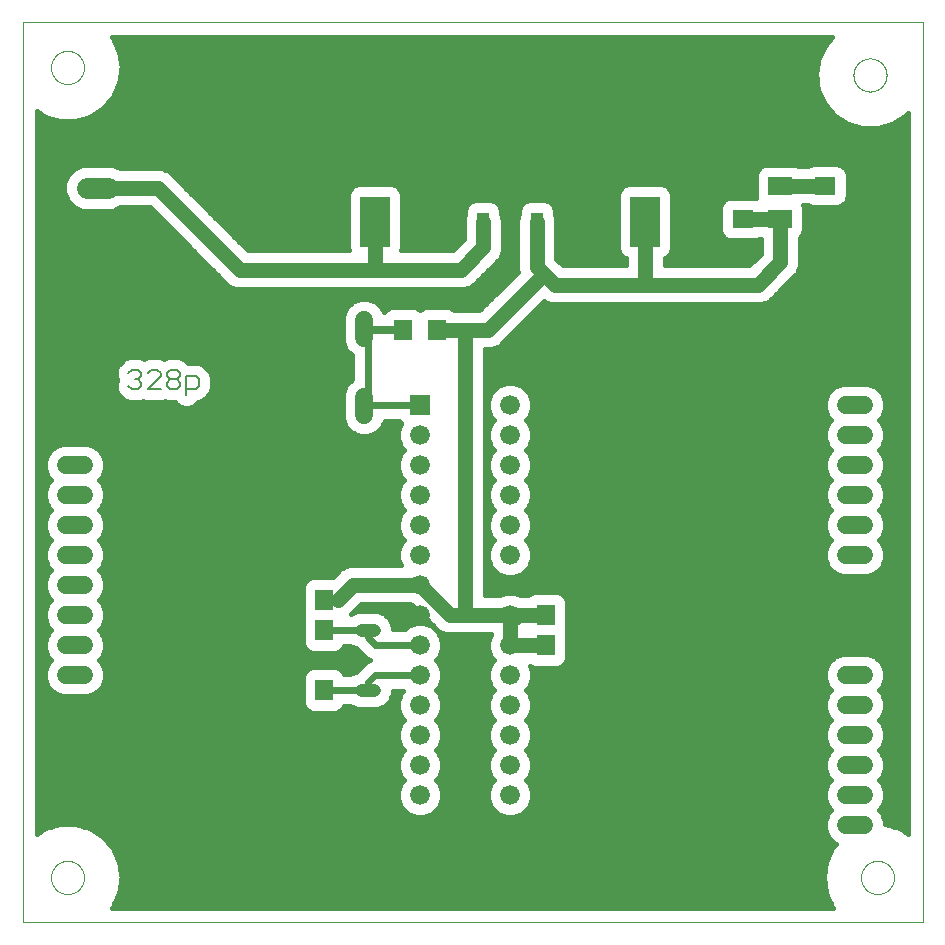
<source format=gtl>
G75*
%MOIN*%
%OFA0B0*%
%FSLAX25Y25*%
%IPPOS*%
%LPD*%
%AMOC8*
5,1,8,0,0,1.08239X$1,22.5*
%
%ADD10C,0.00000*%
%ADD11C,0.00600*%
%ADD12R,0.09843X0.16929*%
%ADD13R,0.07087X0.06299*%
%ADD14R,0.06299X0.07087*%
%ADD15R,0.21260X0.24409*%
%ADD16R,0.03937X0.06299*%
%ADD17R,0.07098X0.06299*%
%ADD18C,0.04400*%
%ADD19R,0.07874X0.06299*%
%ADD20R,0.06299X0.07098*%
%ADD21C,0.06000*%
%ADD22R,0.06600X0.06600*%
%ADD23C,0.06600*%
%ADD24C,0.07050*%
%ADD25C,0.05000*%
%ADD26C,0.01600*%
%ADD27C,0.02400*%
D10*
X0001000Y0001000D02*
X0001000Y0301000D01*
X0301000Y0301000D01*
X0301000Y0001000D01*
X0001000Y0001000D01*
X0010488Y0016000D02*
X0010490Y0016148D01*
X0010496Y0016296D01*
X0010506Y0016444D01*
X0010520Y0016591D01*
X0010538Y0016738D01*
X0010559Y0016884D01*
X0010585Y0017030D01*
X0010615Y0017175D01*
X0010648Y0017319D01*
X0010686Y0017462D01*
X0010727Y0017604D01*
X0010772Y0017745D01*
X0010820Y0017885D01*
X0010873Y0018024D01*
X0010929Y0018161D01*
X0010989Y0018296D01*
X0011052Y0018430D01*
X0011119Y0018562D01*
X0011190Y0018692D01*
X0011264Y0018820D01*
X0011341Y0018946D01*
X0011422Y0019070D01*
X0011506Y0019192D01*
X0011593Y0019311D01*
X0011684Y0019428D01*
X0011778Y0019543D01*
X0011874Y0019655D01*
X0011974Y0019765D01*
X0012076Y0019871D01*
X0012182Y0019975D01*
X0012290Y0020076D01*
X0012401Y0020174D01*
X0012514Y0020270D01*
X0012630Y0020362D01*
X0012748Y0020451D01*
X0012869Y0020536D01*
X0012992Y0020619D01*
X0013117Y0020698D01*
X0013244Y0020774D01*
X0013373Y0020846D01*
X0013504Y0020915D01*
X0013637Y0020980D01*
X0013772Y0021041D01*
X0013908Y0021099D01*
X0014045Y0021154D01*
X0014184Y0021204D01*
X0014325Y0021251D01*
X0014466Y0021294D01*
X0014609Y0021334D01*
X0014753Y0021369D01*
X0014897Y0021401D01*
X0015043Y0021428D01*
X0015189Y0021452D01*
X0015336Y0021472D01*
X0015483Y0021488D01*
X0015630Y0021500D01*
X0015778Y0021508D01*
X0015926Y0021512D01*
X0016074Y0021512D01*
X0016222Y0021508D01*
X0016370Y0021500D01*
X0016517Y0021488D01*
X0016664Y0021472D01*
X0016811Y0021452D01*
X0016957Y0021428D01*
X0017103Y0021401D01*
X0017247Y0021369D01*
X0017391Y0021334D01*
X0017534Y0021294D01*
X0017675Y0021251D01*
X0017816Y0021204D01*
X0017955Y0021154D01*
X0018092Y0021099D01*
X0018228Y0021041D01*
X0018363Y0020980D01*
X0018496Y0020915D01*
X0018627Y0020846D01*
X0018756Y0020774D01*
X0018883Y0020698D01*
X0019008Y0020619D01*
X0019131Y0020536D01*
X0019252Y0020451D01*
X0019370Y0020362D01*
X0019486Y0020270D01*
X0019599Y0020174D01*
X0019710Y0020076D01*
X0019818Y0019975D01*
X0019924Y0019871D01*
X0020026Y0019765D01*
X0020126Y0019655D01*
X0020222Y0019543D01*
X0020316Y0019428D01*
X0020407Y0019311D01*
X0020494Y0019192D01*
X0020578Y0019070D01*
X0020659Y0018946D01*
X0020736Y0018820D01*
X0020810Y0018692D01*
X0020881Y0018562D01*
X0020948Y0018430D01*
X0021011Y0018296D01*
X0021071Y0018161D01*
X0021127Y0018024D01*
X0021180Y0017885D01*
X0021228Y0017745D01*
X0021273Y0017604D01*
X0021314Y0017462D01*
X0021352Y0017319D01*
X0021385Y0017175D01*
X0021415Y0017030D01*
X0021441Y0016884D01*
X0021462Y0016738D01*
X0021480Y0016591D01*
X0021494Y0016444D01*
X0021504Y0016296D01*
X0021510Y0016148D01*
X0021512Y0016000D01*
X0021510Y0015852D01*
X0021504Y0015704D01*
X0021494Y0015556D01*
X0021480Y0015409D01*
X0021462Y0015262D01*
X0021441Y0015116D01*
X0021415Y0014970D01*
X0021385Y0014825D01*
X0021352Y0014681D01*
X0021314Y0014538D01*
X0021273Y0014396D01*
X0021228Y0014255D01*
X0021180Y0014115D01*
X0021127Y0013976D01*
X0021071Y0013839D01*
X0021011Y0013704D01*
X0020948Y0013570D01*
X0020881Y0013438D01*
X0020810Y0013308D01*
X0020736Y0013180D01*
X0020659Y0013054D01*
X0020578Y0012930D01*
X0020494Y0012808D01*
X0020407Y0012689D01*
X0020316Y0012572D01*
X0020222Y0012457D01*
X0020126Y0012345D01*
X0020026Y0012235D01*
X0019924Y0012129D01*
X0019818Y0012025D01*
X0019710Y0011924D01*
X0019599Y0011826D01*
X0019486Y0011730D01*
X0019370Y0011638D01*
X0019252Y0011549D01*
X0019131Y0011464D01*
X0019008Y0011381D01*
X0018883Y0011302D01*
X0018756Y0011226D01*
X0018627Y0011154D01*
X0018496Y0011085D01*
X0018363Y0011020D01*
X0018228Y0010959D01*
X0018092Y0010901D01*
X0017955Y0010846D01*
X0017816Y0010796D01*
X0017675Y0010749D01*
X0017534Y0010706D01*
X0017391Y0010666D01*
X0017247Y0010631D01*
X0017103Y0010599D01*
X0016957Y0010572D01*
X0016811Y0010548D01*
X0016664Y0010528D01*
X0016517Y0010512D01*
X0016370Y0010500D01*
X0016222Y0010492D01*
X0016074Y0010488D01*
X0015926Y0010488D01*
X0015778Y0010492D01*
X0015630Y0010500D01*
X0015483Y0010512D01*
X0015336Y0010528D01*
X0015189Y0010548D01*
X0015043Y0010572D01*
X0014897Y0010599D01*
X0014753Y0010631D01*
X0014609Y0010666D01*
X0014466Y0010706D01*
X0014325Y0010749D01*
X0014184Y0010796D01*
X0014045Y0010846D01*
X0013908Y0010901D01*
X0013772Y0010959D01*
X0013637Y0011020D01*
X0013504Y0011085D01*
X0013373Y0011154D01*
X0013244Y0011226D01*
X0013117Y0011302D01*
X0012992Y0011381D01*
X0012869Y0011464D01*
X0012748Y0011549D01*
X0012630Y0011638D01*
X0012514Y0011730D01*
X0012401Y0011826D01*
X0012290Y0011924D01*
X0012182Y0012025D01*
X0012076Y0012129D01*
X0011974Y0012235D01*
X0011874Y0012345D01*
X0011778Y0012457D01*
X0011684Y0012572D01*
X0011593Y0012689D01*
X0011506Y0012808D01*
X0011422Y0012930D01*
X0011341Y0013054D01*
X0011264Y0013180D01*
X0011190Y0013308D01*
X0011119Y0013438D01*
X0011052Y0013570D01*
X0010989Y0013704D01*
X0010929Y0013839D01*
X0010873Y0013976D01*
X0010820Y0014115D01*
X0010772Y0014255D01*
X0010727Y0014396D01*
X0010686Y0014538D01*
X0010648Y0014681D01*
X0010615Y0014825D01*
X0010585Y0014970D01*
X0010559Y0015116D01*
X0010538Y0015262D01*
X0010520Y0015409D01*
X0010506Y0015556D01*
X0010496Y0015704D01*
X0010490Y0015852D01*
X0010488Y0016000D01*
X0010488Y0286000D02*
X0010490Y0286148D01*
X0010496Y0286296D01*
X0010506Y0286444D01*
X0010520Y0286591D01*
X0010538Y0286738D01*
X0010559Y0286884D01*
X0010585Y0287030D01*
X0010615Y0287175D01*
X0010648Y0287319D01*
X0010686Y0287462D01*
X0010727Y0287604D01*
X0010772Y0287745D01*
X0010820Y0287885D01*
X0010873Y0288024D01*
X0010929Y0288161D01*
X0010989Y0288296D01*
X0011052Y0288430D01*
X0011119Y0288562D01*
X0011190Y0288692D01*
X0011264Y0288820D01*
X0011341Y0288946D01*
X0011422Y0289070D01*
X0011506Y0289192D01*
X0011593Y0289311D01*
X0011684Y0289428D01*
X0011778Y0289543D01*
X0011874Y0289655D01*
X0011974Y0289765D01*
X0012076Y0289871D01*
X0012182Y0289975D01*
X0012290Y0290076D01*
X0012401Y0290174D01*
X0012514Y0290270D01*
X0012630Y0290362D01*
X0012748Y0290451D01*
X0012869Y0290536D01*
X0012992Y0290619D01*
X0013117Y0290698D01*
X0013244Y0290774D01*
X0013373Y0290846D01*
X0013504Y0290915D01*
X0013637Y0290980D01*
X0013772Y0291041D01*
X0013908Y0291099D01*
X0014045Y0291154D01*
X0014184Y0291204D01*
X0014325Y0291251D01*
X0014466Y0291294D01*
X0014609Y0291334D01*
X0014753Y0291369D01*
X0014897Y0291401D01*
X0015043Y0291428D01*
X0015189Y0291452D01*
X0015336Y0291472D01*
X0015483Y0291488D01*
X0015630Y0291500D01*
X0015778Y0291508D01*
X0015926Y0291512D01*
X0016074Y0291512D01*
X0016222Y0291508D01*
X0016370Y0291500D01*
X0016517Y0291488D01*
X0016664Y0291472D01*
X0016811Y0291452D01*
X0016957Y0291428D01*
X0017103Y0291401D01*
X0017247Y0291369D01*
X0017391Y0291334D01*
X0017534Y0291294D01*
X0017675Y0291251D01*
X0017816Y0291204D01*
X0017955Y0291154D01*
X0018092Y0291099D01*
X0018228Y0291041D01*
X0018363Y0290980D01*
X0018496Y0290915D01*
X0018627Y0290846D01*
X0018756Y0290774D01*
X0018883Y0290698D01*
X0019008Y0290619D01*
X0019131Y0290536D01*
X0019252Y0290451D01*
X0019370Y0290362D01*
X0019486Y0290270D01*
X0019599Y0290174D01*
X0019710Y0290076D01*
X0019818Y0289975D01*
X0019924Y0289871D01*
X0020026Y0289765D01*
X0020126Y0289655D01*
X0020222Y0289543D01*
X0020316Y0289428D01*
X0020407Y0289311D01*
X0020494Y0289192D01*
X0020578Y0289070D01*
X0020659Y0288946D01*
X0020736Y0288820D01*
X0020810Y0288692D01*
X0020881Y0288562D01*
X0020948Y0288430D01*
X0021011Y0288296D01*
X0021071Y0288161D01*
X0021127Y0288024D01*
X0021180Y0287885D01*
X0021228Y0287745D01*
X0021273Y0287604D01*
X0021314Y0287462D01*
X0021352Y0287319D01*
X0021385Y0287175D01*
X0021415Y0287030D01*
X0021441Y0286884D01*
X0021462Y0286738D01*
X0021480Y0286591D01*
X0021494Y0286444D01*
X0021504Y0286296D01*
X0021510Y0286148D01*
X0021512Y0286000D01*
X0021510Y0285852D01*
X0021504Y0285704D01*
X0021494Y0285556D01*
X0021480Y0285409D01*
X0021462Y0285262D01*
X0021441Y0285116D01*
X0021415Y0284970D01*
X0021385Y0284825D01*
X0021352Y0284681D01*
X0021314Y0284538D01*
X0021273Y0284396D01*
X0021228Y0284255D01*
X0021180Y0284115D01*
X0021127Y0283976D01*
X0021071Y0283839D01*
X0021011Y0283704D01*
X0020948Y0283570D01*
X0020881Y0283438D01*
X0020810Y0283308D01*
X0020736Y0283180D01*
X0020659Y0283054D01*
X0020578Y0282930D01*
X0020494Y0282808D01*
X0020407Y0282689D01*
X0020316Y0282572D01*
X0020222Y0282457D01*
X0020126Y0282345D01*
X0020026Y0282235D01*
X0019924Y0282129D01*
X0019818Y0282025D01*
X0019710Y0281924D01*
X0019599Y0281826D01*
X0019486Y0281730D01*
X0019370Y0281638D01*
X0019252Y0281549D01*
X0019131Y0281464D01*
X0019008Y0281381D01*
X0018883Y0281302D01*
X0018756Y0281226D01*
X0018627Y0281154D01*
X0018496Y0281085D01*
X0018363Y0281020D01*
X0018228Y0280959D01*
X0018092Y0280901D01*
X0017955Y0280846D01*
X0017816Y0280796D01*
X0017675Y0280749D01*
X0017534Y0280706D01*
X0017391Y0280666D01*
X0017247Y0280631D01*
X0017103Y0280599D01*
X0016957Y0280572D01*
X0016811Y0280548D01*
X0016664Y0280528D01*
X0016517Y0280512D01*
X0016370Y0280500D01*
X0016222Y0280492D01*
X0016074Y0280488D01*
X0015926Y0280488D01*
X0015778Y0280492D01*
X0015630Y0280500D01*
X0015483Y0280512D01*
X0015336Y0280528D01*
X0015189Y0280548D01*
X0015043Y0280572D01*
X0014897Y0280599D01*
X0014753Y0280631D01*
X0014609Y0280666D01*
X0014466Y0280706D01*
X0014325Y0280749D01*
X0014184Y0280796D01*
X0014045Y0280846D01*
X0013908Y0280901D01*
X0013772Y0280959D01*
X0013637Y0281020D01*
X0013504Y0281085D01*
X0013373Y0281154D01*
X0013244Y0281226D01*
X0013117Y0281302D01*
X0012992Y0281381D01*
X0012869Y0281464D01*
X0012748Y0281549D01*
X0012630Y0281638D01*
X0012514Y0281730D01*
X0012401Y0281826D01*
X0012290Y0281924D01*
X0012182Y0282025D01*
X0012076Y0282129D01*
X0011974Y0282235D01*
X0011874Y0282345D01*
X0011778Y0282457D01*
X0011684Y0282572D01*
X0011593Y0282689D01*
X0011506Y0282808D01*
X0011422Y0282930D01*
X0011341Y0283054D01*
X0011264Y0283180D01*
X0011190Y0283308D01*
X0011119Y0283438D01*
X0011052Y0283570D01*
X0010989Y0283704D01*
X0010929Y0283839D01*
X0010873Y0283976D01*
X0010820Y0284115D01*
X0010772Y0284255D01*
X0010727Y0284396D01*
X0010686Y0284538D01*
X0010648Y0284681D01*
X0010615Y0284825D01*
X0010585Y0284970D01*
X0010559Y0285116D01*
X0010538Y0285262D01*
X0010520Y0285409D01*
X0010506Y0285556D01*
X0010496Y0285704D01*
X0010490Y0285852D01*
X0010488Y0286000D01*
X0277988Y0283500D02*
X0277990Y0283648D01*
X0277996Y0283796D01*
X0278006Y0283944D01*
X0278020Y0284091D01*
X0278038Y0284238D01*
X0278059Y0284384D01*
X0278085Y0284530D01*
X0278115Y0284675D01*
X0278148Y0284819D01*
X0278186Y0284962D01*
X0278227Y0285104D01*
X0278272Y0285245D01*
X0278320Y0285385D01*
X0278373Y0285524D01*
X0278429Y0285661D01*
X0278489Y0285796D01*
X0278552Y0285930D01*
X0278619Y0286062D01*
X0278690Y0286192D01*
X0278764Y0286320D01*
X0278841Y0286446D01*
X0278922Y0286570D01*
X0279006Y0286692D01*
X0279093Y0286811D01*
X0279184Y0286928D01*
X0279278Y0287043D01*
X0279374Y0287155D01*
X0279474Y0287265D01*
X0279576Y0287371D01*
X0279682Y0287475D01*
X0279790Y0287576D01*
X0279901Y0287674D01*
X0280014Y0287770D01*
X0280130Y0287862D01*
X0280248Y0287951D01*
X0280369Y0288036D01*
X0280492Y0288119D01*
X0280617Y0288198D01*
X0280744Y0288274D01*
X0280873Y0288346D01*
X0281004Y0288415D01*
X0281137Y0288480D01*
X0281272Y0288541D01*
X0281408Y0288599D01*
X0281545Y0288654D01*
X0281684Y0288704D01*
X0281825Y0288751D01*
X0281966Y0288794D01*
X0282109Y0288834D01*
X0282253Y0288869D01*
X0282397Y0288901D01*
X0282543Y0288928D01*
X0282689Y0288952D01*
X0282836Y0288972D01*
X0282983Y0288988D01*
X0283130Y0289000D01*
X0283278Y0289008D01*
X0283426Y0289012D01*
X0283574Y0289012D01*
X0283722Y0289008D01*
X0283870Y0289000D01*
X0284017Y0288988D01*
X0284164Y0288972D01*
X0284311Y0288952D01*
X0284457Y0288928D01*
X0284603Y0288901D01*
X0284747Y0288869D01*
X0284891Y0288834D01*
X0285034Y0288794D01*
X0285175Y0288751D01*
X0285316Y0288704D01*
X0285455Y0288654D01*
X0285592Y0288599D01*
X0285728Y0288541D01*
X0285863Y0288480D01*
X0285996Y0288415D01*
X0286127Y0288346D01*
X0286256Y0288274D01*
X0286383Y0288198D01*
X0286508Y0288119D01*
X0286631Y0288036D01*
X0286752Y0287951D01*
X0286870Y0287862D01*
X0286986Y0287770D01*
X0287099Y0287674D01*
X0287210Y0287576D01*
X0287318Y0287475D01*
X0287424Y0287371D01*
X0287526Y0287265D01*
X0287626Y0287155D01*
X0287722Y0287043D01*
X0287816Y0286928D01*
X0287907Y0286811D01*
X0287994Y0286692D01*
X0288078Y0286570D01*
X0288159Y0286446D01*
X0288236Y0286320D01*
X0288310Y0286192D01*
X0288381Y0286062D01*
X0288448Y0285930D01*
X0288511Y0285796D01*
X0288571Y0285661D01*
X0288627Y0285524D01*
X0288680Y0285385D01*
X0288728Y0285245D01*
X0288773Y0285104D01*
X0288814Y0284962D01*
X0288852Y0284819D01*
X0288885Y0284675D01*
X0288915Y0284530D01*
X0288941Y0284384D01*
X0288962Y0284238D01*
X0288980Y0284091D01*
X0288994Y0283944D01*
X0289004Y0283796D01*
X0289010Y0283648D01*
X0289012Y0283500D01*
X0289010Y0283352D01*
X0289004Y0283204D01*
X0288994Y0283056D01*
X0288980Y0282909D01*
X0288962Y0282762D01*
X0288941Y0282616D01*
X0288915Y0282470D01*
X0288885Y0282325D01*
X0288852Y0282181D01*
X0288814Y0282038D01*
X0288773Y0281896D01*
X0288728Y0281755D01*
X0288680Y0281615D01*
X0288627Y0281476D01*
X0288571Y0281339D01*
X0288511Y0281204D01*
X0288448Y0281070D01*
X0288381Y0280938D01*
X0288310Y0280808D01*
X0288236Y0280680D01*
X0288159Y0280554D01*
X0288078Y0280430D01*
X0287994Y0280308D01*
X0287907Y0280189D01*
X0287816Y0280072D01*
X0287722Y0279957D01*
X0287626Y0279845D01*
X0287526Y0279735D01*
X0287424Y0279629D01*
X0287318Y0279525D01*
X0287210Y0279424D01*
X0287099Y0279326D01*
X0286986Y0279230D01*
X0286870Y0279138D01*
X0286752Y0279049D01*
X0286631Y0278964D01*
X0286508Y0278881D01*
X0286383Y0278802D01*
X0286256Y0278726D01*
X0286127Y0278654D01*
X0285996Y0278585D01*
X0285863Y0278520D01*
X0285728Y0278459D01*
X0285592Y0278401D01*
X0285455Y0278346D01*
X0285316Y0278296D01*
X0285175Y0278249D01*
X0285034Y0278206D01*
X0284891Y0278166D01*
X0284747Y0278131D01*
X0284603Y0278099D01*
X0284457Y0278072D01*
X0284311Y0278048D01*
X0284164Y0278028D01*
X0284017Y0278012D01*
X0283870Y0278000D01*
X0283722Y0277992D01*
X0283574Y0277988D01*
X0283426Y0277988D01*
X0283278Y0277992D01*
X0283130Y0278000D01*
X0282983Y0278012D01*
X0282836Y0278028D01*
X0282689Y0278048D01*
X0282543Y0278072D01*
X0282397Y0278099D01*
X0282253Y0278131D01*
X0282109Y0278166D01*
X0281966Y0278206D01*
X0281825Y0278249D01*
X0281684Y0278296D01*
X0281545Y0278346D01*
X0281408Y0278401D01*
X0281272Y0278459D01*
X0281137Y0278520D01*
X0281004Y0278585D01*
X0280873Y0278654D01*
X0280744Y0278726D01*
X0280617Y0278802D01*
X0280492Y0278881D01*
X0280369Y0278964D01*
X0280248Y0279049D01*
X0280130Y0279138D01*
X0280014Y0279230D01*
X0279901Y0279326D01*
X0279790Y0279424D01*
X0279682Y0279525D01*
X0279576Y0279629D01*
X0279474Y0279735D01*
X0279374Y0279845D01*
X0279278Y0279957D01*
X0279184Y0280072D01*
X0279093Y0280189D01*
X0279006Y0280308D01*
X0278922Y0280430D01*
X0278841Y0280554D01*
X0278764Y0280680D01*
X0278690Y0280808D01*
X0278619Y0280938D01*
X0278552Y0281070D01*
X0278489Y0281204D01*
X0278429Y0281339D01*
X0278373Y0281476D01*
X0278320Y0281615D01*
X0278272Y0281755D01*
X0278227Y0281896D01*
X0278186Y0282038D01*
X0278148Y0282181D01*
X0278115Y0282325D01*
X0278085Y0282470D01*
X0278059Y0282616D01*
X0278038Y0282762D01*
X0278020Y0282909D01*
X0278006Y0283056D01*
X0277996Y0283204D01*
X0277990Y0283352D01*
X0277988Y0283500D01*
X0280488Y0016000D02*
X0280490Y0016148D01*
X0280496Y0016296D01*
X0280506Y0016444D01*
X0280520Y0016591D01*
X0280538Y0016738D01*
X0280559Y0016884D01*
X0280585Y0017030D01*
X0280615Y0017175D01*
X0280648Y0017319D01*
X0280686Y0017462D01*
X0280727Y0017604D01*
X0280772Y0017745D01*
X0280820Y0017885D01*
X0280873Y0018024D01*
X0280929Y0018161D01*
X0280989Y0018296D01*
X0281052Y0018430D01*
X0281119Y0018562D01*
X0281190Y0018692D01*
X0281264Y0018820D01*
X0281341Y0018946D01*
X0281422Y0019070D01*
X0281506Y0019192D01*
X0281593Y0019311D01*
X0281684Y0019428D01*
X0281778Y0019543D01*
X0281874Y0019655D01*
X0281974Y0019765D01*
X0282076Y0019871D01*
X0282182Y0019975D01*
X0282290Y0020076D01*
X0282401Y0020174D01*
X0282514Y0020270D01*
X0282630Y0020362D01*
X0282748Y0020451D01*
X0282869Y0020536D01*
X0282992Y0020619D01*
X0283117Y0020698D01*
X0283244Y0020774D01*
X0283373Y0020846D01*
X0283504Y0020915D01*
X0283637Y0020980D01*
X0283772Y0021041D01*
X0283908Y0021099D01*
X0284045Y0021154D01*
X0284184Y0021204D01*
X0284325Y0021251D01*
X0284466Y0021294D01*
X0284609Y0021334D01*
X0284753Y0021369D01*
X0284897Y0021401D01*
X0285043Y0021428D01*
X0285189Y0021452D01*
X0285336Y0021472D01*
X0285483Y0021488D01*
X0285630Y0021500D01*
X0285778Y0021508D01*
X0285926Y0021512D01*
X0286074Y0021512D01*
X0286222Y0021508D01*
X0286370Y0021500D01*
X0286517Y0021488D01*
X0286664Y0021472D01*
X0286811Y0021452D01*
X0286957Y0021428D01*
X0287103Y0021401D01*
X0287247Y0021369D01*
X0287391Y0021334D01*
X0287534Y0021294D01*
X0287675Y0021251D01*
X0287816Y0021204D01*
X0287955Y0021154D01*
X0288092Y0021099D01*
X0288228Y0021041D01*
X0288363Y0020980D01*
X0288496Y0020915D01*
X0288627Y0020846D01*
X0288756Y0020774D01*
X0288883Y0020698D01*
X0289008Y0020619D01*
X0289131Y0020536D01*
X0289252Y0020451D01*
X0289370Y0020362D01*
X0289486Y0020270D01*
X0289599Y0020174D01*
X0289710Y0020076D01*
X0289818Y0019975D01*
X0289924Y0019871D01*
X0290026Y0019765D01*
X0290126Y0019655D01*
X0290222Y0019543D01*
X0290316Y0019428D01*
X0290407Y0019311D01*
X0290494Y0019192D01*
X0290578Y0019070D01*
X0290659Y0018946D01*
X0290736Y0018820D01*
X0290810Y0018692D01*
X0290881Y0018562D01*
X0290948Y0018430D01*
X0291011Y0018296D01*
X0291071Y0018161D01*
X0291127Y0018024D01*
X0291180Y0017885D01*
X0291228Y0017745D01*
X0291273Y0017604D01*
X0291314Y0017462D01*
X0291352Y0017319D01*
X0291385Y0017175D01*
X0291415Y0017030D01*
X0291441Y0016884D01*
X0291462Y0016738D01*
X0291480Y0016591D01*
X0291494Y0016444D01*
X0291504Y0016296D01*
X0291510Y0016148D01*
X0291512Y0016000D01*
X0291510Y0015852D01*
X0291504Y0015704D01*
X0291494Y0015556D01*
X0291480Y0015409D01*
X0291462Y0015262D01*
X0291441Y0015116D01*
X0291415Y0014970D01*
X0291385Y0014825D01*
X0291352Y0014681D01*
X0291314Y0014538D01*
X0291273Y0014396D01*
X0291228Y0014255D01*
X0291180Y0014115D01*
X0291127Y0013976D01*
X0291071Y0013839D01*
X0291011Y0013704D01*
X0290948Y0013570D01*
X0290881Y0013438D01*
X0290810Y0013308D01*
X0290736Y0013180D01*
X0290659Y0013054D01*
X0290578Y0012930D01*
X0290494Y0012808D01*
X0290407Y0012689D01*
X0290316Y0012572D01*
X0290222Y0012457D01*
X0290126Y0012345D01*
X0290026Y0012235D01*
X0289924Y0012129D01*
X0289818Y0012025D01*
X0289710Y0011924D01*
X0289599Y0011826D01*
X0289486Y0011730D01*
X0289370Y0011638D01*
X0289252Y0011549D01*
X0289131Y0011464D01*
X0289008Y0011381D01*
X0288883Y0011302D01*
X0288756Y0011226D01*
X0288627Y0011154D01*
X0288496Y0011085D01*
X0288363Y0011020D01*
X0288228Y0010959D01*
X0288092Y0010901D01*
X0287955Y0010846D01*
X0287816Y0010796D01*
X0287675Y0010749D01*
X0287534Y0010706D01*
X0287391Y0010666D01*
X0287247Y0010631D01*
X0287103Y0010599D01*
X0286957Y0010572D01*
X0286811Y0010548D01*
X0286664Y0010528D01*
X0286517Y0010512D01*
X0286370Y0010500D01*
X0286222Y0010492D01*
X0286074Y0010488D01*
X0285926Y0010488D01*
X0285778Y0010492D01*
X0285630Y0010500D01*
X0285483Y0010512D01*
X0285336Y0010528D01*
X0285189Y0010548D01*
X0285043Y0010572D01*
X0284897Y0010599D01*
X0284753Y0010631D01*
X0284609Y0010666D01*
X0284466Y0010706D01*
X0284325Y0010749D01*
X0284184Y0010796D01*
X0284045Y0010846D01*
X0283908Y0010901D01*
X0283772Y0010959D01*
X0283637Y0011020D01*
X0283504Y0011085D01*
X0283373Y0011154D01*
X0283244Y0011226D01*
X0283117Y0011302D01*
X0282992Y0011381D01*
X0282869Y0011464D01*
X0282748Y0011549D01*
X0282630Y0011638D01*
X0282514Y0011730D01*
X0282401Y0011826D01*
X0282290Y0011924D01*
X0282182Y0012025D01*
X0282076Y0012129D01*
X0281974Y0012235D01*
X0281874Y0012345D01*
X0281778Y0012457D01*
X0281684Y0012572D01*
X0281593Y0012689D01*
X0281506Y0012808D01*
X0281422Y0012930D01*
X0281341Y0013054D01*
X0281264Y0013180D01*
X0281190Y0013308D01*
X0281119Y0013438D01*
X0281052Y0013570D01*
X0280989Y0013704D01*
X0280929Y0013839D01*
X0280873Y0013976D01*
X0280820Y0014115D01*
X0280772Y0014255D01*
X0280727Y0014396D01*
X0280686Y0014538D01*
X0280648Y0014681D01*
X0280615Y0014825D01*
X0280585Y0014970D01*
X0280559Y0015116D01*
X0280538Y0015262D01*
X0280520Y0015409D01*
X0280506Y0015556D01*
X0280496Y0015704D01*
X0280490Y0015852D01*
X0280488Y0016000D01*
D11*
X0059907Y0179868D02*
X0058839Y0178800D01*
X0055636Y0178800D01*
X0055636Y0176665D02*
X0055636Y0183070D01*
X0058839Y0183070D01*
X0059907Y0182003D01*
X0059907Y0179868D01*
X0053461Y0179868D02*
X0052394Y0178800D01*
X0050259Y0178800D01*
X0049191Y0179868D01*
X0049191Y0180935D01*
X0050259Y0182003D01*
X0052394Y0182003D01*
X0053461Y0180935D01*
X0053461Y0179868D01*
X0052394Y0182003D02*
X0053461Y0183070D01*
X0053461Y0184138D01*
X0052394Y0185205D01*
X0050259Y0185205D01*
X0049191Y0184138D01*
X0049191Y0183070D01*
X0050259Y0182003D01*
X0047016Y0183070D02*
X0047016Y0184138D01*
X0045948Y0185205D01*
X0043813Y0185205D01*
X0042745Y0184138D01*
X0040570Y0184138D02*
X0039503Y0185205D01*
X0037368Y0185205D01*
X0036300Y0184138D01*
X0038435Y0182003D02*
X0039503Y0182003D01*
X0040570Y0180935D01*
X0040570Y0179868D01*
X0039503Y0178800D01*
X0037368Y0178800D01*
X0036300Y0179868D01*
X0039503Y0182003D02*
X0040570Y0183070D01*
X0040570Y0184138D01*
X0042745Y0178800D02*
X0047016Y0183070D01*
X0047016Y0178800D02*
X0042745Y0178800D01*
D12*
X0118500Y0234661D03*
X0118500Y0267339D03*
X0208500Y0267339D03*
X0208500Y0234661D03*
D13*
X0241000Y0235488D03*
X0241000Y0246512D03*
D14*
X0101512Y0108500D03*
X0101512Y0098500D03*
X0090488Y0098500D03*
X0090488Y0108500D03*
X0090488Y0078500D03*
X0101512Y0078500D03*
X0175488Y0093500D03*
X0186512Y0093500D03*
X0186512Y0103500D03*
X0175488Y0103500D03*
D15*
X0163500Y0263343D03*
D16*
X0154524Y0234602D03*
X0172476Y0234602D03*
D17*
X0268500Y0235402D03*
X0268500Y0246598D03*
D18*
X0118200Y0098500D02*
X0113800Y0098500D01*
X0113800Y0078500D02*
X0118200Y0078500D01*
D19*
X0253500Y0235488D03*
X0253500Y0246512D03*
D20*
X0139098Y0198500D03*
X0127902Y0198500D03*
D21*
X0114900Y0195800D02*
X0114900Y0201800D01*
X0097100Y0201800D02*
X0097100Y0195800D01*
X0097100Y0176200D02*
X0097100Y0170200D01*
X0114900Y0170200D02*
X0114900Y0176200D01*
X0021500Y0153500D02*
X0015500Y0153500D01*
X0015500Y0143500D02*
X0021500Y0143500D01*
X0021500Y0133500D02*
X0015500Y0133500D01*
X0015500Y0123500D02*
X0021500Y0123500D01*
X0021500Y0113500D02*
X0015500Y0113500D01*
X0015500Y0103500D02*
X0021500Y0103500D01*
X0021500Y0093500D02*
X0015500Y0093500D01*
X0015500Y0083500D02*
X0021500Y0083500D01*
X0275500Y0083500D02*
X0281500Y0083500D01*
X0281500Y0073500D02*
X0275500Y0073500D01*
X0275500Y0063500D02*
X0281500Y0063500D01*
X0281500Y0053500D02*
X0275500Y0053500D01*
X0275500Y0043500D02*
X0281500Y0043500D01*
X0281500Y0033500D02*
X0275500Y0033500D01*
X0275500Y0123500D02*
X0281500Y0123500D01*
X0281500Y0133500D02*
X0275500Y0133500D01*
X0275500Y0143500D02*
X0281500Y0143500D01*
X0281500Y0153500D02*
X0275500Y0153500D01*
X0275500Y0163500D02*
X0281500Y0163500D01*
X0281500Y0173500D02*
X0275500Y0173500D01*
D22*
X0133500Y0173500D03*
D23*
X0133500Y0163500D03*
X0133500Y0153500D03*
X0133500Y0143500D03*
X0133500Y0133500D03*
X0133500Y0123500D03*
X0133500Y0113500D03*
X0133500Y0103500D03*
X0133500Y0093500D03*
X0133500Y0083500D03*
X0133500Y0073500D03*
X0133500Y0063500D03*
X0133500Y0053500D03*
X0133500Y0043500D03*
X0163500Y0043500D03*
X0163500Y0053500D03*
X0163500Y0063500D03*
X0163500Y0073500D03*
X0163500Y0083500D03*
X0163500Y0093500D03*
X0163500Y0103500D03*
X0163500Y0113500D03*
X0163500Y0123500D03*
X0163500Y0133500D03*
X0163500Y0143500D03*
X0163500Y0153500D03*
X0163500Y0163500D03*
X0163500Y0173500D03*
D24*
X0029525Y0226157D02*
X0022475Y0226157D01*
X0022475Y0245843D02*
X0029525Y0245843D01*
D25*
X0026000Y0245843D02*
X0046157Y0245843D01*
X0073500Y0218500D01*
X0118500Y0218500D01*
X0118500Y0234661D01*
X0118500Y0218500D02*
X0147024Y0218500D01*
X0154524Y0226000D01*
X0154524Y0234602D01*
X0172476Y0234602D02*
X0172476Y0219524D01*
X0174750Y0217250D01*
X0156000Y0198500D01*
X0148500Y0198500D01*
X0148500Y0103500D01*
X0163500Y0103500D01*
X0166000Y0103500D01*
X0163500Y0101000D01*
X0163500Y0093500D01*
X0175488Y0093500D01*
X0175488Y0103500D02*
X0166000Y0103500D01*
X0148500Y0103500D02*
X0143500Y0103500D01*
X0133500Y0113500D01*
X0111000Y0113500D01*
X0106000Y0108500D01*
X0139098Y0198500D02*
X0148500Y0198500D01*
X0174750Y0217250D02*
X0178500Y0213500D01*
X0208500Y0213500D01*
X0208500Y0234661D01*
X0208441Y0234602D01*
X0208500Y0213500D02*
X0246000Y0213500D01*
X0253500Y0221000D01*
X0253500Y0235488D01*
X0241000Y0235488D01*
X0253500Y0246512D02*
X0268413Y0246512D01*
X0268500Y0246598D01*
D26*
X0264155Y0239449D02*
X0272845Y0239449D01*
X0274315Y0240058D01*
X0275440Y0241183D01*
X0276049Y0242653D01*
X0276049Y0250544D01*
X0275440Y0252014D01*
X0274315Y0253139D01*
X0272845Y0253748D01*
X0264155Y0253748D01*
X0262685Y0253139D01*
X0262558Y0253012D01*
X0259743Y0253012D01*
X0259703Y0253052D01*
X0258233Y0253661D01*
X0248767Y0253661D01*
X0247297Y0253052D01*
X0246172Y0251927D01*
X0245563Y0250457D01*
X0245563Y0242567D01*
X0245574Y0242541D01*
X0245339Y0242638D01*
X0236661Y0242638D01*
X0235191Y0242029D01*
X0234066Y0240904D01*
X0233457Y0239433D01*
X0233457Y0231543D01*
X0234066Y0230073D01*
X0235191Y0228948D01*
X0236661Y0228339D01*
X0245339Y0228339D01*
X0246809Y0228948D01*
X0246850Y0228988D01*
X0247000Y0228988D01*
X0247000Y0223692D01*
X0243308Y0220000D01*
X0215000Y0220000D01*
X0215000Y0222521D01*
X0215687Y0222806D01*
X0216812Y0223931D01*
X0217421Y0225401D01*
X0217421Y0243922D01*
X0216812Y0245392D01*
X0215687Y0246517D01*
X0214217Y0247126D01*
X0202783Y0247126D01*
X0201313Y0246517D01*
X0200188Y0245392D01*
X0199579Y0243922D01*
X0199579Y0225401D01*
X0200188Y0223931D01*
X0201313Y0222806D01*
X0202000Y0222521D01*
X0202000Y0220000D01*
X0181192Y0220000D01*
X0178976Y0222216D01*
X0178976Y0235895D01*
X0178445Y0237178D01*
X0178445Y0238548D01*
X0177836Y0240018D01*
X0176711Y0241143D01*
X0175241Y0241752D01*
X0169712Y0241752D01*
X0168242Y0241143D01*
X0167117Y0240018D01*
X0166508Y0238548D01*
X0166508Y0237178D01*
X0165976Y0235895D01*
X0165976Y0218231D01*
X0166141Y0217833D01*
X0153308Y0205000D01*
X0144954Y0205000D01*
X0144514Y0205440D01*
X0143044Y0206049D01*
X0135153Y0206049D01*
X0133683Y0205440D01*
X0133500Y0205257D01*
X0133317Y0205440D01*
X0131847Y0206049D01*
X0123956Y0206049D01*
X0122486Y0205440D01*
X0121413Y0204367D01*
X0120834Y0205765D01*
X0118865Y0207734D01*
X0116292Y0208800D01*
X0113508Y0208800D01*
X0110935Y0207734D01*
X0108966Y0205765D01*
X0107900Y0203192D01*
X0107900Y0194408D01*
X0108966Y0191835D01*
X0110800Y0190001D01*
X0110800Y0181999D01*
X0108966Y0180165D01*
X0107900Y0177592D01*
X0107900Y0168808D01*
X0108966Y0166235D01*
X0110935Y0164266D01*
X0113508Y0163200D01*
X0116292Y0163200D01*
X0118865Y0164266D01*
X0120834Y0166235D01*
X0121690Y0168300D01*
X0126657Y0168300D01*
X0126809Y0167934D01*
X0127252Y0167491D01*
X0126200Y0164952D01*
X0126200Y0162048D01*
X0127311Y0159365D01*
X0128176Y0158500D01*
X0127311Y0157635D01*
X0126200Y0154952D01*
X0126200Y0152048D01*
X0127311Y0149365D01*
X0128176Y0148500D01*
X0127311Y0147635D01*
X0126200Y0144952D01*
X0126200Y0142048D01*
X0127311Y0139365D01*
X0128176Y0138500D01*
X0127311Y0137635D01*
X0126200Y0134952D01*
X0126200Y0132048D01*
X0127311Y0129365D01*
X0128176Y0128500D01*
X0127311Y0127635D01*
X0126200Y0124952D01*
X0126200Y0122048D01*
X0127048Y0120000D01*
X0109707Y0120000D01*
X0107318Y0119010D01*
X0105490Y0117182D01*
X0104351Y0116043D01*
X0097567Y0116043D01*
X0096096Y0115434D01*
X0094971Y0114309D01*
X0094362Y0112839D01*
X0094362Y0104161D01*
X0094636Y0103500D01*
X0094362Y0102839D01*
X0094362Y0094161D01*
X0094971Y0092691D01*
X0096096Y0091566D01*
X0097567Y0090957D01*
X0105457Y0090957D01*
X0106927Y0091566D01*
X0108052Y0092691D01*
X0108305Y0093300D01*
X0110232Y0093300D01*
X0110288Y0093244D01*
X0112190Y0092456D01*
X0114092Y0090554D01*
X0115554Y0089092D01*
X0116983Y0088500D01*
X0115554Y0087908D01*
X0114092Y0086446D01*
X0112190Y0084544D01*
X0110288Y0083756D01*
X0110232Y0083700D01*
X0108305Y0083700D01*
X0108052Y0084309D01*
X0106927Y0085434D01*
X0105457Y0086043D01*
X0097567Y0086043D01*
X0096096Y0085434D01*
X0094971Y0084309D01*
X0094362Y0082839D01*
X0094362Y0074161D01*
X0094971Y0072691D01*
X0096096Y0071566D01*
X0097567Y0070957D01*
X0105457Y0070957D01*
X0106927Y0071566D01*
X0108052Y0072691D01*
X0108305Y0073300D01*
X0110232Y0073300D01*
X0110288Y0073244D01*
X0112567Y0072300D01*
X0119433Y0072300D01*
X0121712Y0073244D01*
X0123456Y0074988D01*
X0124400Y0077267D01*
X0124400Y0078300D01*
X0127976Y0078300D01*
X0127311Y0077635D01*
X0126200Y0074952D01*
X0126200Y0072048D01*
X0127311Y0069365D01*
X0128176Y0068500D01*
X0127311Y0067635D01*
X0126200Y0064952D01*
X0126200Y0062048D01*
X0127311Y0059365D01*
X0128176Y0058500D01*
X0127311Y0057635D01*
X0126200Y0054952D01*
X0126200Y0052048D01*
X0127311Y0049365D01*
X0128176Y0048500D01*
X0127311Y0047635D01*
X0126200Y0044952D01*
X0126200Y0042048D01*
X0127311Y0039365D01*
X0129365Y0037311D01*
X0132048Y0036200D01*
X0134952Y0036200D01*
X0137635Y0037311D01*
X0139689Y0039365D01*
X0140800Y0042048D01*
X0140800Y0044952D01*
X0139689Y0047635D01*
X0138824Y0048500D01*
X0139689Y0049365D01*
X0140800Y0052048D01*
X0140800Y0054952D01*
X0139689Y0057635D01*
X0138824Y0058500D01*
X0139689Y0059365D01*
X0140800Y0062048D01*
X0140800Y0064952D01*
X0139689Y0067635D01*
X0138824Y0068500D01*
X0139689Y0069365D01*
X0140800Y0072048D01*
X0140800Y0074952D01*
X0139689Y0077635D01*
X0138824Y0078500D01*
X0139689Y0079365D01*
X0140800Y0082048D01*
X0140800Y0084952D01*
X0139689Y0087635D01*
X0138824Y0088500D01*
X0139689Y0089365D01*
X0140800Y0092048D01*
X0140800Y0094952D01*
X0139689Y0097635D01*
X0137635Y0099689D01*
X0134952Y0100800D01*
X0132048Y0100800D01*
X0129365Y0099689D01*
X0128376Y0098700D01*
X0124400Y0098700D01*
X0124400Y0099733D01*
X0123456Y0102012D01*
X0121712Y0103756D01*
X0119433Y0104700D01*
X0112567Y0104700D01*
X0110562Y0103870D01*
X0113692Y0107000D01*
X0130117Y0107000D01*
X0131296Y0106511D01*
X0137990Y0099818D01*
X0139818Y0097990D01*
X0142207Y0097000D01*
X0157000Y0097000D01*
X0157000Y0096883D01*
X0156200Y0094952D01*
X0156200Y0092048D01*
X0157311Y0089365D01*
X0158176Y0088500D01*
X0157311Y0087635D01*
X0156200Y0084952D01*
X0156200Y0082048D01*
X0157311Y0079365D01*
X0158176Y0078500D01*
X0157311Y0077635D01*
X0156200Y0074952D01*
X0156200Y0072048D01*
X0157311Y0069365D01*
X0158176Y0068500D01*
X0157311Y0067635D01*
X0156200Y0064952D01*
X0156200Y0062048D01*
X0157311Y0059365D01*
X0158176Y0058500D01*
X0157311Y0057635D01*
X0156200Y0054952D01*
X0156200Y0052048D01*
X0157311Y0049365D01*
X0158176Y0048500D01*
X0157311Y0047635D01*
X0156200Y0044952D01*
X0156200Y0042048D01*
X0157311Y0039365D01*
X0159365Y0037311D01*
X0162048Y0036200D01*
X0164952Y0036200D01*
X0167635Y0037311D01*
X0169689Y0039365D01*
X0170800Y0042048D01*
X0170800Y0044952D01*
X0169689Y0047635D01*
X0168824Y0048500D01*
X0169689Y0049365D01*
X0170800Y0052048D01*
X0170800Y0054952D01*
X0169689Y0057635D01*
X0168824Y0058500D01*
X0169689Y0059365D01*
X0170800Y0062048D01*
X0170800Y0064952D01*
X0169689Y0067635D01*
X0168824Y0068500D01*
X0169689Y0069365D01*
X0170800Y0072048D01*
X0170800Y0074952D01*
X0169689Y0077635D01*
X0168824Y0078500D01*
X0169689Y0079365D01*
X0170800Y0082048D01*
X0170800Y0084952D01*
X0170144Y0086536D01*
X0171543Y0085957D01*
X0179433Y0085957D01*
X0180904Y0086566D01*
X0182029Y0087691D01*
X0182638Y0089161D01*
X0182638Y0097839D01*
X0182364Y0098500D01*
X0182638Y0099161D01*
X0182638Y0107839D01*
X0182029Y0109309D01*
X0180904Y0110434D01*
X0179433Y0111043D01*
X0171543Y0111043D01*
X0170073Y0110434D01*
X0169638Y0110000D01*
X0166883Y0110000D01*
X0164952Y0110800D01*
X0162048Y0110800D01*
X0160117Y0110000D01*
X0155000Y0110000D01*
X0155000Y0192000D01*
X0157293Y0192000D01*
X0159682Y0192990D01*
X0161510Y0194818D01*
X0174750Y0208058D01*
X0174818Y0207990D01*
X0177207Y0207000D01*
X0247293Y0207000D01*
X0249682Y0207990D01*
X0257182Y0215490D01*
X0259010Y0217318D01*
X0260000Y0219707D01*
X0260000Y0229245D01*
X0260828Y0230073D01*
X0261437Y0231543D01*
X0261437Y0239433D01*
X0261197Y0240012D01*
X0262796Y0240012D01*
X0264155Y0239449D01*
X0261437Y0239178D02*
X0296200Y0239178D01*
X0296200Y0237580D02*
X0261437Y0237580D01*
X0261437Y0235981D02*
X0296200Y0235981D01*
X0296200Y0234383D02*
X0261437Y0234383D01*
X0261437Y0232784D02*
X0296200Y0232784D01*
X0296200Y0231186D02*
X0261289Y0231186D01*
X0260342Y0229587D02*
X0296200Y0229587D01*
X0296200Y0227989D02*
X0260000Y0227989D01*
X0260000Y0226390D02*
X0296200Y0226390D01*
X0296200Y0224792D02*
X0260000Y0224792D01*
X0260000Y0223193D02*
X0296200Y0223193D01*
X0296200Y0221595D02*
X0260000Y0221595D01*
X0260000Y0219996D02*
X0296200Y0219996D01*
X0296200Y0218398D02*
X0259458Y0218398D01*
X0258491Y0216799D02*
X0296200Y0216799D01*
X0296200Y0215201D02*
X0256893Y0215201D01*
X0255294Y0213602D02*
X0296200Y0213602D01*
X0296200Y0212003D02*
X0253696Y0212003D01*
X0252097Y0210405D02*
X0296200Y0210405D01*
X0296200Y0208806D02*
X0250499Y0208806D01*
X0247795Y0207208D02*
X0296200Y0207208D01*
X0296200Y0205609D02*
X0172302Y0205609D01*
X0170703Y0204011D02*
X0296200Y0204011D01*
X0296200Y0202412D02*
X0169105Y0202412D01*
X0167506Y0200814D02*
X0296200Y0200814D01*
X0296200Y0199215D02*
X0165908Y0199215D01*
X0164309Y0197617D02*
X0296200Y0197617D01*
X0296200Y0196018D02*
X0162711Y0196018D01*
X0161510Y0194818D02*
X0161510Y0194818D01*
X0161112Y0194420D02*
X0296200Y0194420D01*
X0296200Y0192821D02*
X0159276Y0192821D01*
X0155000Y0191223D02*
X0296200Y0191223D01*
X0296200Y0189624D02*
X0155000Y0189624D01*
X0155000Y0188026D02*
X0296200Y0188026D01*
X0296200Y0186427D02*
X0155000Y0186427D01*
X0155000Y0184829D02*
X0296200Y0184829D01*
X0296200Y0183230D02*
X0155000Y0183230D01*
X0155000Y0181632D02*
X0296200Y0181632D01*
X0296200Y0180033D02*
X0284019Y0180033D01*
X0282892Y0180500D02*
X0285465Y0179434D01*
X0287434Y0177465D01*
X0288500Y0174892D01*
X0288500Y0172108D01*
X0287434Y0169535D01*
X0286399Y0168500D01*
X0287434Y0167465D01*
X0288500Y0164892D01*
X0288500Y0162108D01*
X0287434Y0159535D01*
X0286399Y0158500D01*
X0287434Y0157465D01*
X0288500Y0154892D01*
X0288500Y0152108D01*
X0287434Y0149535D01*
X0286399Y0148500D01*
X0287434Y0147465D01*
X0288500Y0144892D01*
X0288500Y0142108D01*
X0287434Y0139535D01*
X0286399Y0138500D01*
X0287434Y0137465D01*
X0288500Y0134892D01*
X0288500Y0132108D01*
X0287434Y0129535D01*
X0286399Y0128500D01*
X0287434Y0127465D01*
X0288500Y0124892D01*
X0288500Y0122108D01*
X0287434Y0119535D01*
X0285465Y0117566D01*
X0282892Y0116500D01*
X0274108Y0116500D01*
X0271535Y0117566D01*
X0269566Y0119535D01*
X0268500Y0122108D01*
X0268500Y0124892D01*
X0269566Y0127465D01*
X0270601Y0128500D01*
X0269566Y0129535D01*
X0268500Y0132108D01*
X0268500Y0134892D01*
X0269566Y0137465D01*
X0270601Y0138500D01*
X0269566Y0139535D01*
X0268500Y0142108D01*
X0268500Y0144892D01*
X0269566Y0147465D01*
X0270601Y0148500D01*
X0269566Y0149535D01*
X0268500Y0152108D01*
X0268500Y0154892D01*
X0269566Y0157465D01*
X0270601Y0158500D01*
X0269566Y0159535D01*
X0268500Y0162108D01*
X0268500Y0164892D01*
X0269566Y0167465D01*
X0270601Y0168500D01*
X0269566Y0169535D01*
X0268500Y0172108D01*
X0268500Y0174892D01*
X0269566Y0177465D01*
X0271535Y0179434D01*
X0274108Y0180500D01*
X0282892Y0180500D01*
X0286465Y0178435D02*
X0296200Y0178435D01*
X0296200Y0176836D02*
X0287695Y0176836D01*
X0288357Y0175238D02*
X0296200Y0175238D01*
X0296200Y0173639D02*
X0288500Y0173639D01*
X0288472Y0172041D02*
X0296200Y0172041D01*
X0296200Y0170442D02*
X0287810Y0170442D01*
X0286743Y0168844D02*
X0296200Y0168844D01*
X0296200Y0167245D02*
X0287525Y0167245D01*
X0288188Y0165647D02*
X0296200Y0165647D01*
X0296200Y0164048D02*
X0288500Y0164048D01*
X0288500Y0162450D02*
X0296200Y0162450D01*
X0296200Y0160851D02*
X0287980Y0160851D01*
X0287152Y0159253D02*
X0296200Y0159253D01*
X0296200Y0157654D02*
X0287245Y0157654D01*
X0288018Y0156056D02*
X0296200Y0156056D01*
X0296200Y0154457D02*
X0288500Y0154457D01*
X0288500Y0152859D02*
X0296200Y0152859D01*
X0296200Y0151260D02*
X0288149Y0151260D01*
X0287487Y0149662D02*
X0296200Y0149662D01*
X0296200Y0148063D02*
X0286836Y0148063D01*
X0287849Y0146465D02*
X0296200Y0146465D01*
X0296200Y0144866D02*
X0288500Y0144866D01*
X0288500Y0143268D02*
X0296200Y0143268D01*
X0296200Y0141669D02*
X0288318Y0141669D01*
X0287656Y0140070D02*
X0296200Y0140070D01*
X0296200Y0138472D02*
X0286427Y0138472D01*
X0287679Y0136873D02*
X0296200Y0136873D01*
X0296200Y0135275D02*
X0288342Y0135275D01*
X0288500Y0133676D02*
X0296200Y0133676D01*
X0296200Y0132078D02*
X0288488Y0132078D01*
X0287826Y0130479D02*
X0296200Y0130479D01*
X0296200Y0128881D02*
X0286780Y0128881D01*
X0287510Y0127282D02*
X0296200Y0127282D01*
X0296200Y0125684D02*
X0288172Y0125684D01*
X0288500Y0124085D02*
X0296200Y0124085D01*
X0296200Y0122487D02*
X0288500Y0122487D01*
X0287995Y0120888D02*
X0296200Y0120888D01*
X0296200Y0119290D02*
X0287189Y0119290D01*
X0285591Y0117691D02*
X0296200Y0117691D01*
X0296200Y0116093D02*
X0155000Y0116093D01*
X0155000Y0117691D02*
X0158985Y0117691D01*
X0159365Y0117311D02*
X0162048Y0116200D01*
X0164952Y0116200D01*
X0167635Y0117311D01*
X0169689Y0119365D01*
X0170800Y0122048D01*
X0170800Y0124952D01*
X0169689Y0127635D01*
X0168824Y0128500D01*
X0169689Y0129365D01*
X0170800Y0132048D01*
X0170800Y0134952D01*
X0169689Y0137635D01*
X0168824Y0138500D01*
X0169689Y0139365D01*
X0170800Y0142048D01*
X0170800Y0144952D01*
X0169689Y0147635D01*
X0168824Y0148500D01*
X0169689Y0149365D01*
X0170800Y0152048D01*
X0170800Y0154952D01*
X0169689Y0157635D01*
X0168824Y0158500D01*
X0169689Y0159365D01*
X0170800Y0162048D01*
X0170800Y0164952D01*
X0169689Y0167635D01*
X0168824Y0168500D01*
X0169689Y0169365D01*
X0170800Y0172048D01*
X0170800Y0174952D01*
X0169689Y0177635D01*
X0167635Y0179689D01*
X0164952Y0180800D01*
X0162048Y0180800D01*
X0159365Y0179689D01*
X0157311Y0177635D01*
X0156200Y0174952D01*
X0156200Y0172048D01*
X0157311Y0169365D01*
X0158176Y0168500D01*
X0157311Y0167635D01*
X0156200Y0164952D01*
X0156200Y0162048D01*
X0157311Y0159365D01*
X0158176Y0158500D01*
X0157311Y0157635D01*
X0156200Y0154952D01*
X0156200Y0152048D01*
X0157311Y0149365D01*
X0158176Y0148500D01*
X0157311Y0147635D01*
X0156200Y0144952D01*
X0156200Y0142048D01*
X0157311Y0139365D01*
X0158176Y0138500D01*
X0157311Y0137635D01*
X0156200Y0134952D01*
X0156200Y0132048D01*
X0157311Y0129365D01*
X0158176Y0128500D01*
X0157311Y0127635D01*
X0156200Y0124952D01*
X0156200Y0122048D01*
X0157311Y0119365D01*
X0159365Y0117311D01*
X0157386Y0119290D02*
X0155000Y0119290D01*
X0155000Y0120888D02*
X0156680Y0120888D01*
X0156200Y0122487D02*
X0155000Y0122487D01*
X0155000Y0124085D02*
X0156200Y0124085D01*
X0156503Y0125684D02*
X0155000Y0125684D01*
X0155000Y0127282D02*
X0157165Y0127282D01*
X0157795Y0128881D02*
X0155000Y0128881D01*
X0155000Y0130479D02*
X0156850Y0130479D01*
X0156200Y0132078D02*
X0155000Y0132078D01*
X0155000Y0133676D02*
X0156200Y0133676D01*
X0156334Y0135275D02*
X0155000Y0135275D01*
X0155000Y0136873D02*
X0156996Y0136873D01*
X0158148Y0138472D02*
X0155000Y0138472D01*
X0155000Y0140070D02*
X0157019Y0140070D01*
X0156357Y0141669D02*
X0155000Y0141669D01*
X0155000Y0143268D02*
X0156200Y0143268D01*
X0156200Y0144866D02*
X0155000Y0144866D01*
X0155000Y0146465D02*
X0156826Y0146465D01*
X0157739Y0148063D02*
X0155000Y0148063D01*
X0155000Y0149662D02*
X0157188Y0149662D01*
X0156526Y0151260D02*
X0155000Y0151260D01*
X0155000Y0152859D02*
X0156200Y0152859D01*
X0156200Y0154457D02*
X0155000Y0154457D01*
X0155000Y0156056D02*
X0156657Y0156056D01*
X0157330Y0157654D02*
X0155000Y0157654D01*
X0155000Y0159253D02*
X0157424Y0159253D01*
X0156696Y0160851D02*
X0155000Y0160851D01*
X0155000Y0162450D02*
X0156200Y0162450D01*
X0156200Y0164048D02*
X0155000Y0164048D01*
X0155000Y0165647D02*
X0156488Y0165647D01*
X0157150Y0167245D02*
X0155000Y0167245D01*
X0155000Y0168844D02*
X0157833Y0168844D01*
X0156865Y0170442D02*
X0155000Y0170442D01*
X0155000Y0172041D02*
X0156203Y0172041D01*
X0156200Y0173639D02*
X0155000Y0173639D01*
X0155000Y0175238D02*
X0156318Y0175238D01*
X0156980Y0176836D02*
X0155000Y0176836D01*
X0155000Y0178435D02*
X0158111Y0178435D01*
X0160197Y0180033D02*
X0155000Y0180033D01*
X0166803Y0180033D02*
X0272981Y0180033D01*
X0270535Y0178435D02*
X0168889Y0178435D01*
X0170020Y0176836D02*
X0269305Y0176836D01*
X0268643Y0175238D02*
X0170682Y0175238D01*
X0170800Y0173639D02*
X0268500Y0173639D01*
X0268528Y0172041D02*
X0170797Y0172041D01*
X0170135Y0170442D02*
X0269190Y0170442D01*
X0270257Y0168844D02*
X0169167Y0168844D01*
X0169850Y0167245D02*
X0269475Y0167245D01*
X0268812Y0165647D02*
X0170512Y0165647D01*
X0170800Y0164048D02*
X0268500Y0164048D01*
X0268500Y0162450D02*
X0170800Y0162450D01*
X0170304Y0160851D02*
X0269020Y0160851D01*
X0269848Y0159253D02*
X0169576Y0159253D01*
X0169670Y0157654D02*
X0269755Y0157654D01*
X0268982Y0156056D02*
X0170343Y0156056D01*
X0170800Y0154457D02*
X0268500Y0154457D01*
X0268500Y0152859D02*
X0170800Y0152859D01*
X0170474Y0151260D02*
X0268851Y0151260D01*
X0269513Y0149662D02*
X0169812Y0149662D01*
X0169261Y0148063D02*
X0270164Y0148063D01*
X0269151Y0146465D02*
X0170174Y0146465D01*
X0170800Y0144866D02*
X0268500Y0144866D01*
X0268500Y0143268D02*
X0170800Y0143268D01*
X0170643Y0141669D02*
X0268682Y0141669D01*
X0269344Y0140070D02*
X0169981Y0140070D01*
X0168852Y0138472D02*
X0270572Y0138472D01*
X0269321Y0136873D02*
X0170004Y0136873D01*
X0170666Y0135275D02*
X0268658Y0135275D01*
X0268500Y0133676D02*
X0170800Y0133676D01*
X0170800Y0132078D02*
X0268512Y0132078D01*
X0269174Y0130479D02*
X0170150Y0130479D01*
X0169205Y0128881D02*
X0270220Y0128881D01*
X0269490Y0127282D02*
X0169835Y0127282D01*
X0170497Y0125684D02*
X0268828Y0125684D01*
X0268500Y0124085D02*
X0170800Y0124085D01*
X0170800Y0122487D02*
X0268500Y0122487D01*
X0269005Y0120888D02*
X0170320Y0120888D01*
X0169614Y0119290D02*
X0269811Y0119290D01*
X0271409Y0117691D02*
X0168015Y0117691D01*
X0155000Y0114494D02*
X0296200Y0114494D01*
X0296200Y0112896D02*
X0155000Y0112896D01*
X0155000Y0111297D02*
X0296200Y0111297D01*
X0296200Y0109699D02*
X0181639Y0109699D01*
X0182530Y0108100D02*
X0296200Y0108100D01*
X0296200Y0106502D02*
X0182638Y0106502D01*
X0182638Y0104903D02*
X0296200Y0104903D01*
X0296200Y0103305D02*
X0182638Y0103305D01*
X0182638Y0101706D02*
X0296200Y0101706D01*
X0296200Y0100108D02*
X0182638Y0100108D01*
X0182368Y0098509D02*
X0296200Y0098509D01*
X0296200Y0096911D02*
X0182638Y0096911D01*
X0182638Y0095312D02*
X0296200Y0095312D01*
X0296200Y0093714D02*
X0182638Y0093714D01*
X0182638Y0092115D02*
X0296200Y0092115D01*
X0296200Y0090517D02*
X0182638Y0090517D01*
X0182537Y0088918D02*
X0271019Y0088918D01*
X0271535Y0089434D02*
X0269566Y0087465D01*
X0268500Y0084892D01*
X0268500Y0082108D01*
X0269566Y0079535D01*
X0270601Y0078500D01*
X0269566Y0077465D01*
X0268500Y0074892D01*
X0268500Y0072108D01*
X0269566Y0069535D01*
X0270601Y0068500D01*
X0269566Y0067465D01*
X0268500Y0064892D01*
X0268500Y0062108D01*
X0269566Y0059535D01*
X0270601Y0058500D01*
X0269566Y0057465D01*
X0268500Y0054892D01*
X0268500Y0052108D01*
X0269566Y0049535D01*
X0270601Y0048500D01*
X0269566Y0047465D01*
X0268500Y0044892D01*
X0268500Y0042108D01*
X0269566Y0039535D01*
X0270601Y0038500D01*
X0269566Y0037465D01*
X0268500Y0034892D01*
X0268500Y0032108D01*
X0269566Y0029535D01*
X0271535Y0027566D01*
X0272206Y0027288D01*
X0270857Y0025732D01*
X0270857Y0025732D01*
X0268729Y0021071D01*
X0268000Y0016000D01*
X0268000Y0016000D01*
X0268729Y0010929D01*
X0270857Y0006268D01*
X0271263Y0005800D01*
X0030737Y0005800D01*
X0031143Y0006268D01*
X0031143Y0006268D01*
X0033271Y0010929D01*
X0034000Y0016000D01*
X0033271Y0021071D01*
X0033271Y0021071D01*
X0031143Y0025732D01*
X0027787Y0029603D01*
X0023477Y0032373D01*
X0018562Y0033817D01*
X0013438Y0033817D01*
X0008523Y0032373D01*
X0008523Y0032373D01*
X0005800Y0030624D01*
X0005800Y0271376D01*
X0008523Y0269627D01*
X0013438Y0268183D01*
X0018562Y0268183D01*
X0023477Y0269627D01*
X0027787Y0272397D01*
X0031143Y0276268D01*
X0033271Y0280929D01*
X0034000Y0286000D01*
X0033271Y0291071D01*
X0033271Y0291071D01*
X0031143Y0295732D01*
X0030737Y0296200D01*
X0270930Y0296200D01*
X0268357Y0293232D01*
X0268357Y0293232D01*
X0266229Y0288571D01*
X0265500Y0283500D01*
X0265500Y0283500D01*
X0266229Y0278429D01*
X0268357Y0273768D01*
X0271713Y0269897D01*
X0276023Y0267127D01*
X0280938Y0265683D01*
X0286062Y0265683D01*
X0290977Y0267127D01*
X0290977Y0267127D01*
X0295287Y0269897D01*
X0296200Y0270950D01*
X0296200Y0030624D01*
X0293477Y0032373D01*
X0288562Y0033817D01*
X0288500Y0033817D01*
X0288500Y0034892D01*
X0287434Y0037465D01*
X0286399Y0038500D01*
X0287434Y0039535D01*
X0288500Y0042108D01*
X0288500Y0044892D01*
X0287434Y0047465D01*
X0286399Y0048500D01*
X0287434Y0049535D01*
X0288500Y0052108D01*
X0288500Y0054892D01*
X0287434Y0057465D01*
X0286399Y0058500D01*
X0287434Y0059535D01*
X0288500Y0062108D01*
X0288500Y0064892D01*
X0287434Y0067465D01*
X0286399Y0068500D01*
X0287434Y0069535D01*
X0288500Y0072108D01*
X0288500Y0074892D01*
X0287434Y0077465D01*
X0286399Y0078500D01*
X0287434Y0079535D01*
X0288500Y0082108D01*
X0288500Y0084892D01*
X0287434Y0087465D01*
X0285465Y0089434D01*
X0282892Y0090500D01*
X0274108Y0090500D01*
X0271535Y0089434D01*
X0269505Y0087320D02*
X0181658Y0087320D01*
X0170481Y0085721D02*
X0268843Y0085721D01*
X0268500Y0084123D02*
X0170800Y0084123D01*
X0170800Y0082524D02*
X0268500Y0082524D01*
X0268990Y0080926D02*
X0170335Y0080926D01*
X0169651Y0079327D02*
X0269773Y0079327D01*
X0269829Y0077729D02*
X0169595Y0077729D01*
X0170312Y0076130D02*
X0269013Y0076130D01*
X0268500Y0074532D02*
X0170800Y0074532D01*
X0170800Y0072933D02*
X0268500Y0072933D01*
X0268820Y0071334D02*
X0170504Y0071334D01*
X0169842Y0069736D02*
X0269482Y0069736D01*
X0270238Y0068137D02*
X0169186Y0068137D01*
X0170143Y0066539D02*
X0269182Y0066539D01*
X0268520Y0064940D02*
X0170800Y0064940D01*
X0170800Y0063342D02*
X0268500Y0063342D01*
X0268651Y0061743D02*
X0170674Y0061743D01*
X0170012Y0060145D02*
X0269313Y0060145D01*
X0270554Y0058546D02*
X0168870Y0058546D01*
X0169973Y0056948D02*
X0269351Y0056948D01*
X0268689Y0055349D02*
X0170635Y0055349D01*
X0170800Y0053751D02*
X0268500Y0053751D01*
X0268500Y0052152D02*
X0170800Y0052152D01*
X0170181Y0050554D02*
X0269144Y0050554D01*
X0270145Y0048955D02*
X0169279Y0048955D01*
X0169804Y0047357D02*
X0269521Y0047357D01*
X0268859Y0045758D02*
X0170466Y0045758D01*
X0170800Y0044160D02*
X0268500Y0044160D01*
X0268500Y0042561D02*
X0170800Y0042561D01*
X0170351Y0040963D02*
X0268974Y0040963D01*
X0269736Y0039364D02*
X0169688Y0039364D01*
X0168090Y0037766D02*
X0269866Y0037766D01*
X0269028Y0036167D02*
X0005800Y0036167D01*
X0005800Y0034569D02*
X0268500Y0034569D01*
X0268500Y0032970D02*
X0021445Y0032970D01*
X0023477Y0032373D02*
X0023477Y0032373D01*
X0025036Y0031372D02*
X0268805Y0031372D01*
X0269467Y0029773D02*
X0027523Y0029773D01*
X0027787Y0029603D02*
X0027787Y0029603D01*
X0029026Y0028175D02*
X0270926Y0028175D01*
X0271589Y0026576D02*
X0030411Y0026576D01*
X0031143Y0025732D02*
X0031143Y0025732D01*
X0031487Y0024978D02*
X0270513Y0024978D01*
X0269783Y0023379D02*
X0032217Y0023379D01*
X0032947Y0021781D02*
X0269053Y0021781D01*
X0268729Y0021071D02*
X0268729Y0021071D01*
X0268601Y0020182D02*
X0033399Y0020182D01*
X0033629Y0018584D02*
X0268371Y0018584D01*
X0268142Y0016985D02*
X0033858Y0016985D01*
X0033912Y0015387D02*
X0268088Y0015387D01*
X0268318Y0013788D02*
X0033682Y0013788D01*
X0033452Y0012190D02*
X0268548Y0012190D01*
X0268729Y0010929D02*
X0268729Y0010929D01*
X0268883Y0010591D02*
X0033117Y0010591D01*
X0033271Y0010929D02*
X0033271Y0010929D01*
X0032387Y0008993D02*
X0269613Y0008993D01*
X0270343Y0007394D02*
X0031657Y0007394D01*
X0010555Y0032970D02*
X0005800Y0032970D01*
X0005800Y0031372D02*
X0006964Y0031372D01*
X0005800Y0037766D02*
X0128910Y0037766D01*
X0127312Y0039364D02*
X0005800Y0039364D01*
X0005800Y0040963D02*
X0126649Y0040963D01*
X0126200Y0042561D02*
X0005800Y0042561D01*
X0005800Y0044160D02*
X0126200Y0044160D01*
X0126534Y0045758D02*
X0005800Y0045758D01*
X0005800Y0047357D02*
X0127196Y0047357D01*
X0127721Y0048955D02*
X0005800Y0048955D01*
X0005800Y0050554D02*
X0126819Y0050554D01*
X0126200Y0052152D02*
X0005800Y0052152D01*
X0005800Y0053751D02*
X0126200Y0053751D01*
X0126365Y0055349D02*
X0005800Y0055349D01*
X0005800Y0056948D02*
X0127027Y0056948D01*
X0128130Y0058546D02*
X0005800Y0058546D01*
X0005800Y0060145D02*
X0126988Y0060145D01*
X0126326Y0061743D02*
X0005800Y0061743D01*
X0005800Y0063342D02*
X0126200Y0063342D01*
X0126200Y0064940D02*
X0005800Y0064940D01*
X0005800Y0066539D02*
X0126857Y0066539D01*
X0127814Y0068137D02*
X0005800Y0068137D01*
X0005800Y0069736D02*
X0127158Y0069736D01*
X0126496Y0071334D02*
X0106369Y0071334D01*
X0108153Y0072933D02*
X0111039Y0072933D01*
X0111173Y0084123D02*
X0108130Y0084123D01*
X0106235Y0085721D02*
X0113367Y0085721D01*
X0114966Y0087320D02*
X0027495Y0087320D01*
X0027434Y0087465D02*
X0026399Y0088500D01*
X0027434Y0089535D01*
X0028500Y0092108D01*
X0028500Y0094892D01*
X0027434Y0097465D01*
X0026399Y0098500D01*
X0027434Y0099535D01*
X0028500Y0102108D01*
X0028500Y0104892D01*
X0027434Y0107465D01*
X0026399Y0108500D01*
X0027434Y0109535D01*
X0028500Y0112108D01*
X0028500Y0114892D01*
X0027434Y0117465D01*
X0026399Y0118500D01*
X0027434Y0119535D01*
X0028500Y0122108D01*
X0028500Y0124892D01*
X0027434Y0127465D01*
X0026399Y0128500D01*
X0027434Y0129535D01*
X0028500Y0132108D01*
X0028500Y0134892D01*
X0027434Y0137465D01*
X0026399Y0138500D01*
X0027434Y0139535D01*
X0028500Y0142108D01*
X0028500Y0144892D01*
X0027434Y0147465D01*
X0026399Y0148500D01*
X0027434Y0149535D01*
X0028500Y0152108D01*
X0028500Y0154892D01*
X0027434Y0157465D01*
X0025465Y0159434D01*
X0022892Y0160500D01*
X0014108Y0160500D01*
X0011535Y0159434D01*
X0009566Y0157465D01*
X0008500Y0154892D01*
X0008500Y0152108D01*
X0009566Y0149535D01*
X0010601Y0148500D01*
X0009566Y0147465D01*
X0008500Y0144892D01*
X0008500Y0142108D01*
X0009566Y0139535D01*
X0010601Y0138500D01*
X0009566Y0137465D01*
X0008500Y0134892D01*
X0008500Y0132108D01*
X0009566Y0129535D01*
X0010601Y0128500D01*
X0009566Y0127465D01*
X0008500Y0124892D01*
X0008500Y0122108D01*
X0009566Y0119535D01*
X0010601Y0118500D01*
X0009566Y0117465D01*
X0008500Y0114892D01*
X0008500Y0112108D01*
X0009566Y0109535D01*
X0010601Y0108500D01*
X0009566Y0107465D01*
X0008500Y0104892D01*
X0008500Y0102108D01*
X0009566Y0099535D01*
X0010601Y0098500D01*
X0009566Y0097465D01*
X0008500Y0094892D01*
X0008500Y0092108D01*
X0009566Y0089535D01*
X0010601Y0088500D01*
X0009566Y0087465D01*
X0008500Y0084892D01*
X0008500Y0082108D01*
X0009566Y0079535D01*
X0011535Y0077566D01*
X0014108Y0076500D01*
X0022892Y0076500D01*
X0025465Y0077566D01*
X0027434Y0079535D01*
X0028500Y0082108D01*
X0028500Y0084892D01*
X0027434Y0087465D01*
X0026818Y0088918D02*
X0115973Y0088918D01*
X0114129Y0090517D02*
X0027841Y0090517D01*
X0028500Y0092115D02*
X0095547Y0092115D01*
X0094548Y0093714D02*
X0028500Y0093714D01*
X0028326Y0095312D02*
X0094362Y0095312D01*
X0094362Y0096911D02*
X0027664Y0096911D01*
X0026409Y0098509D02*
X0094362Y0098509D01*
X0094362Y0100108D02*
X0027672Y0100108D01*
X0028334Y0101706D02*
X0094362Y0101706D01*
X0094555Y0103305D02*
X0028500Y0103305D01*
X0028495Y0104903D02*
X0094362Y0104903D01*
X0094362Y0106502D02*
X0027833Y0106502D01*
X0026799Y0108100D02*
X0094362Y0108100D01*
X0094362Y0109699D02*
X0027502Y0109699D01*
X0028164Y0111297D02*
X0094362Y0111297D01*
X0094386Y0112896D02*
X0028500Y0112896D01*
X0028500Y0114494D02*
X0095156Y0114494D01*
X0104400Y0116093D02*
X0028003Y0116093D01*
X0027208Y0117691D02*
X0105999Y0117691D01*
X0105490Y0117182D02*
X0105490Y0117182D01*
X0107993Y0119290D02*
X0027189Y0119290D01*
X0027995Y0120888D02*
X0126680Y0120888D01*
X0126200Y0122487D02*
X0028500Y0122487D01*
X0028500Y0124085D02*
X0126200Y0124085D01*
X0126503Y0125684D02*
X0028172Y0125684D01*
X0027510Y0127282D02*
X0127165Y0127282D01*
X0127795Y0128881D02*
X0026780Y0128881D01*
X0027826Y0130479D02*
X0126850Y0130479D01*
X0126200Y0132078D02*
X0028488Y0132078D01*
X0028500Y0133676D02*
X0126200Y0133676D01*
X0126334Y0135275D02*
X0028342Y0135275D01*
X0027679Y0136873D02*
X0126996Y0136873D01*
X0128148Y0138472D02*
X0026427Y0138472D01*
X0027656Y0140070D02*
X0127019Y0140070D01*
X0126357Y0141669D02*
X0028318Y0141669D01*
X0028500Y0143268D02*
X0126200Y0143268D01*
X0126200Y0144866D02*
X0028500Y0144866D01*
X0027849Y0146465D02*
X0126826Y0146465D01*
X0127739Y0148063D02*
X0026836Y0148063D01*
X0027487Y0149662D02*
X0127188Y0149662D01*
X0126526Y0151260D02*
X0028149Y0151260D01*
X0028500Y0152859D02*
X0126200Y0152859D01*
X0126200Y0154457D02*
X0028500Y0154457D01*
X0028018Y0156056D02*
X0126657Y0156056D01*
X0127330Y0157654D02*
X0027245Y0157654D01*
X0025647Y0159253D02*
X0127424Y0159253D01*
X0126696Y0160851D02*
X0005800Y0160851D01*
X0005800Y0159253D02*
X0011353Y0159253D01*
X0009755Y0157654D02*
X0005800Y0157654D01*
X0005800Y0156056D02*
X0008982Y0156056D01*
X0008500Y0154457D02*
X0005800Y0154457D01*
X0005800Y0152859D02*
X0008500Y0152859D01*
X0008851Y0151260D02*
X0005800Y0151260D01*
X0005800Y0149662D02*
X0009513Y0149662D01*
X0010164Y0148063D02*
X0005800Y0148063D01*
X0005800Y0146465D02*
X0009151Y0146465D01*
X0008500Y0144866D02*
X0005800Y0144866D01*
X0005800Y0143268D02*
X0008500Y0143268D01*
X0008682Y0141669D02*
X0005800Y0141669D01*
X0005800Y0140070D02*
X0009344Y0140070D01*
X0010572Y0138472D02*
X0005800Y0138472D01*
X0005800Y0136873D02*
X0009321Y0136873D01*
X0008658Y0135275D02*
X0005800Y0135275D01*
X0005800Y0133676D02*
X0008500Y0133676D01*
X0008512Y0132078D02*
X0005800Y0132078D01*
X0005800Y0130479D02*
X0009174Y0130479D01*
X0010220Y0128881D02*
X0005800Y0128881D01*
X0005800Y0127282D02*
X0009490Y0127282D01*
X0008828Y0125684D02*
X0005800Y0125684D01*
X0005800Y0124085D02*
X0008500Y0124085D01*
X0008500Y0122487D02*
X0005800Y0122487D01*
X0005800Y0120888D02*
X0009005Y0120888D01*
X0009811Y0119290D02*
X0005800Y0119290D01*
X0005800Y0117691D02*
X0009792Y0117691D01*
X0008997Y0116093D02*
X0005800Y0116093D01*
X0005800Y0114494D02*
X0008500Y0114494D01*
X0008500Y0112896D02*
X0005800Y0112896D01*
X0005800Y0111297D02*
X0008836Y0111297D01*
X0009498Y0109699D02*
X0005800Y0109699D01*
X0005800Y0108100D02*
X0010201Y0108100D01*
X0009167Y0106502D02*
X0005800Y0106502D01*
X0005800Y0104903D02*
X0008505Y0104903D01*
X0008500Y0103305D02*
X0005800Y0103305D01*
X0005800Y0101706D02*
X0008666Y0101706D01*
X0009328Y0100108D02*
X0005800Y0100108D01*
X0005800Y0098509D02*
X0010591Y0098509D01*
X0009336Y0096911D02*
X0005800Y0096911D01*
X0005800Y0095312D02*
X0008674Y0095312D01*
X0008500Y0093714D02*
X0005800Y0093714D01*
X0005800Y0092115D02*
X0008500Y0092115D01*
X0009159Y0090517D02*
X0005800Y0090517D01*
X0005800Y0088918D02*
X0010182Y0088918D01*
X0009505Y0087320D02*
X0005800Y0087320D01*
X0005800Y0085721D02*
X0008843Y0085721D01*
X0008500Y0084123D02*
X0005800Y0084123D01*
X0005800Y0082524D02*
X0008500Y0082524D01*
X0008990Y0080926D02*
X0005800Y0080926D01*
X0005800Y0079327D02*
X0009773Y0079327D01*
X0011372Y0077729D02*
X0005800Y0077729D01*
X0005800Y0076130D02*
X0094362Y0076130D01*
X0094362Y0074532D02*
X0005800Y0074532D01*
X0005800Y0072933D02*
X0094871Y0072933D01*
X0096654Y0071334D02*
X0005800Y0071334D01*
X0025628Y0077729D02*
X0094362Y0077729D01*
X0094362Y0079327D02*
X0027227Y0079327D01*
X0028010Y0080926D02*
X0094362Y0080926D01*
X0094362Y0082524D02*
X0028500Y0082524D01*
X0028500Y0084123D02*
X0094894Y0084123D01*
X0096789Y0085721D02*
X0028157Y0085721D01*
X0005800Y0162450D02*
X0126200Y0162450D01*
X0126200Y0164048D02*
X0118340Y0164048D01*
X0120246Y0165647D02*
X0126488Y0165647D01*
X0127150Y0167245D02*
X0121253Y0167245D01*
X0111460Y0164048D02*
X0005800Y0164048D01*
X0005800Y0165647D02*
X0109554Y0165647D01*
X0108547Y0167245D02*
X0005800Y0167245D01*
X0005800Y0168844D02*
X0107900Y0168844D01*
X0107900Y0170442D02*
X0005800Y0170442D01*
X0005800Y0172041D02*
X0107900Y0172041D01*
X0107900Y0173639D02*
X0058692Y0173639D01*
X0059282Y0174229D02*
X0059394Y0174500D01*
X0059695Y0174500D01*
X0061022Y0175050D01*
X0061275Y0175155D01*
X0062343Y0176222D01*
X0063535Y0177414D01*
X0063552Y0177432D01*
X0063552Y0177432D01*
X0063552Y0177432D01*
X0063818Y0178073D01*
X0064207Y0179012D01*
X0064207Y0182858D01*
X0063552Y0184438D01*
X0062343Y0185648D01*
X0062343Y0185648D01*
X0061275Y0186716D01*
X0059695Y0187370D01*
X0056310Y0187370D01*
X0055897Y0187783D01*
X0054829Y0188851D01*
X0054540Y0188971D01*
X0053249Y0189505D01*
X0049403Y0189505D01*
X0048103Y0188967D01*
X0046804Y0189505D01*
X0042958Y0189505D01*
X0041658Y0188967D01*
X0041649Y0188971D01*
X0040358Y0189505D01*
X0036512Y0189505D01*
X0034932Y0188851D01*
X0033722Y0187641D01*
X0032655Y0186574D01*
X0032000Y0184993D01*
X0032000Y0183283D01*
X0032530Y0182003D01*
X0032000Y0180723D01*
X0032000Y0179012D01*
X0032655Y0177432D01*
X0034932Y0175155D01*
X0036512Y0174500D01*
X0040358Y0174500D01*
X0041124Y0174817D01*
X0041890Y0174500D01*
X0047871Y0174500D01*
X0048637Y0174817D01*
X0049403Y0174500D01*
X0051879Y0174500D01*
X0051991Y0174229D01*
X0053201Y0173019D01*
X0054781Y0172365D01*
X0056492Y0172365D01*
X0058072Y0173019D01*
X0059282Y0174229D01*
X0061275Y0175155D02*
X0061275Y0175155D01*
X0061275Y0175155D01*
X0061358Y0175238D02*
X0107900Y0175238D01*
X0107900Y0176836D02*
X0062957Y0176836D01*
X0062343Y0176222D02*
X0062343Y0176222D01*
X0063968Y0178435D02*
X0108249Y0178435D01*
X0108911Y0180033D02*
X0064207Y0180033D01*
X0064207Y0181632D02*
X0110432Y0181632D01*
X0110800Y0183230D02*
X0064053Y0183230D01*
X0063162Y0184829D02*
X0110800Y0184829D01*
X0110800Y0186427D02*
X0061563Y0186427D01*
X0055897Y0187783D02*
X0055897Y0187783D01*
X0055654Y0188026D02*
X0110800Y0188026D01*
X0110800Y0189624D02*
X0005800Y0189624D01*
X0005800Y0188026D02*
X0034107Y0188026D01*
X0032594Y0186427D02*
X0005800Y0186427D01*
X0005800Y0184829D02*
X0032000Y0184829D01*
X0032022Y0183230D02*
X0005800Y0183230D01*
X0005800Y0181632D02*
X0032376Y0181632D01*
X0032000Y0180033D02*
X0005800Y0180033D01*
X0005800Y0178435D02*
X0032239Y0178435D01*
X0033250Y0176836D02*
X0005800Y0176836D01*
X0005800Y0175238D02*
X0034849Y0175238D01*
X0052581Y0173639D02*
X0005800Y0173639D01*
X0005800Y0191223D02*
X0109578Y0191223D01*
X0108557Y0192821D02*
X0005800Y0192821D01*
X0005800Y0194420D02*
X0107900Y0194420D01*
X0107900Y0196018D02*
X0005800Y0196018D01*
X0005800Y0197617D02*
X0107900Y0197617D01*
X0107900Y0199215D02*
X0005800Y0199215D01*
X0005800Y0200814D02*
X0107900Y0200814D01*
X0107900Y0202412D02*
X0005800Y0202412D01*
X0005800Y0204011D02*
X0108239Y0204011D01*
X0108901Y0205609D02*
X0005800Y0205609D01*
X0005800Y0207208D02*
X0110408Y0207208D01*
X0119392Y0207208D02*
X0155516Y0207208D01*
X0157114Y0208806D02*
X0005800Y0208806D01*
X0005800Y0210405D02*
X0158713Y0210405D01*
X0160311Y0212003D02*
X0148325Y0212003D01*
X0148317Y0212000D02*
X0150706Y0212990D01*
X0160034Y0222318D01*
X0161024Y0224707D01*
X0161024Y0227293D01*
X0161024Y0235895D01*
X0160492Y0237178D01*
X0160492Y0238548D01*
X0159883Y0240018D01*
X0158758Y0241143D01*
X0157288Y0241752D01*
X0151759Y0241752D01*
X0150289Y0241143D01*
X0149164Y0240018D01*
X0148555Y0238548D01*
X0148555Y0237178D01*
X0148024Y0235895D01*
X0148024Y0228692D01*
X0144331Y0225000D01*
X0127255Y0225000D01*
X0127421Y0225401D01*
X0127421Y0243922D01*
X0126812Y0245392D01*
X0125687Y0246517D01*
X0124217Y0247126D01*
X0112783Y0247126D01*
X0111313Y0246517D01*
X0110188Y0245392D01*
X0109579Y0243922D01*
X0109579Y0225401D01*
X0109745Y0225000D01*
X0076192Y0225000D01*
X0049839Y0251353D01*
X0047450Y0252343D01*
X0033496Y0252343D01*
X0031022Y0253368D01*
X0020978Y0253368D01*
X0018212Y0252222D01*
X0016096Y0250105D01*
X0014950Y0247339D01*
X0014950Y0244346D01*
X0016096Y0241580D01*
X0018212Y0239463D01*
X0020978Y0238318D01*
X0031022Y0238318D01*
X0033496Y0239343D01*
X0043465Y0239343D01*
X0067990Y0214818D01*
X0069818Y0212990D01*
X0072207Y0212000D01*
X0148317Y0212000D01*
X0151318Y0213602D02*
X0161910Y0213602D01*
X0163508Y0215201D02*
X0152917Y0215201D01*
X0154515Y0216799D02*
X0165107Y0216799D01*
X0165976Y0218398D02*
X0156114Y0218398D01*
X0157712Y0219996D02*
X0165976Y0219996D01*
X0165976Y0221595D02*
X0159311Y0221595D01*
X0160396Y0223193D02*
X0165976Y0223193D01*
X0165976Y0224792D02*
X0161024Y0224792D01*
X0161024Y0226390D02*
X0165976Y0226390D01*
X0165976Y0227989D02*
X0161024Y0227989D01*
X0161024Y0229587D02*
X0165976Y0229587D01*
X0165976Y0231186D02*
X0161024Y0231186D01*
X0161024Y0232784D02*
X0165976Y0232784D01*
X0165976Y0234383D02*
X0161024Y0234383D01*
X0160988Y0235981D02*
X0166012Y0235981D01*
X0166508Y0237580D02*
X0160492Y0237580D01*
X0160231Y0239178D02*
X0166769Y0239178D01*
X0167876Y0240777D02*
X0159124Y0240777D01*
X0149923Y0240777D02*
X0127421Y0240777D01*
X0127421Y0242375D02*
X0199579Y0242375D01*
X0199579Y0240777D02*
X0177077Y0240777D01*
X0178184Y0239178D02*
X0199579Y0239178D01*
X0199579Y0237580D02*
X0178445Y0237580D01*
X0178941Y0235981D02*
X0199579Y0235981D01*
X0199579Y0234383D02*
X0178976Y0234383D01*
X0178976Y0232784D02*
X0199579Y0232784D01*
X0199579Y0231186D02*
X0178976Y0231186D01*
X0178976Y0229587D02*
X0199579Y0229587D01*
X0199579Y0227989D02*
X0178976Y0227989D01*
X0178976Y0226390D02*
X0199579Y0226390D01*
X0199831Y0224792D02*
X0178976Y0224792D01*
X0178976Y0223193D02*
X0200926Y0223193D01*
X0202000Y0221595D02*
X0179598Y0221595D01*
X0176705Y0207208D02*
X0173900Y0207208D01*
X0153917Y0205609D02*
X0144105Y0205609D01*
X0134091Y0205609D02*
X0132909Y0205609D01*
X0122895Y0205609D02*
X0120899Y0205609D01*
X0127421Y0226390D02*
X0145721Y0226390D01*
X0147320Y0227989D02*
X0127421Y0227989D01*
X0127421Y0229587D02*
X0148024Y0229587D01*
X0148024Y0231186D02*
X0127421Y0231186D01*
X0127421Y0232784D02*
X0148024Y0232784D01*
X0148024Y0234383D02*
X0127421Y0234383D01*
X0127421Y0235981D02*
X0148059Y0235981D01*
X0148555Y0237580D02*
X0127421Y0237580D01*
X0127421Y0239178D02*
X0148816Y0239178D01*
X0127400Y0243974D02*
X0199600Y0243974D01*
X0200368Y0245572D02*
X0126632Y0245572D01*
X0110368Y0245572D02*
X0055620Y0245572D01*
X0057219Y0243974D02*
X0109600Y0243974D01*
X0109579Y0242375D02*
X0058817Y0242375D01*
X0060416Y0240777D02*
X0109579Y0240777D01*
X0109579Y0239178D02*
X0062014Y0239178D01*
X0063613Y0237580D02*
X0109579Y0237580D01*
X0109579Y0235981D02*
X0065211Y0235981D01*
X0066810Y0234383D02*
X0109579Y0234383D01*
X0109579Y0232784D02*
X0068408Y0232784D01*
X0070007Y0231186D02*
X0109579Y0231186D01*
X0109579Y0229587D02*
X0071605Y0229587D01*
X0073204Y0227989D02*
X0109579Y0227989D01*
X0109579Y0226390D02*
X0074802Y0226390D01*
X0066009Y0216799D02*
X0005800Y0216799D01*
X0005800Y0215201D02*
X0067607Y0215201D01*
X0069206Y0213602D02*
X0005800Y0213602D01*
X0005800Y0212003D02*
X0072199Y0212003D01*
X0064410Y0218398D02*
X0005800Y0218398D01*
X0005800Y0219996D02*
X0062812Y0219996D01*
X0061213Y0221595D02*
X0005800Y0221595D01*
X0005800Y0223193D02*
X0059615Y0223193D01*
X0058016Y0224792D02*
X0005800Y0224792D01*
X0005800Y0226390D02*
X0056418Y0226390D01*
X0054819Y0227989D02*
X0005800Y0227989D01*
X0005800Y0229587D02*
X0053220Y0229587D01*
X0051622Y0231186D02*
X0005800Y0231186D01*
X0005800Y0232784D02*
X0050023Y0232784D01*
X0048425Y0234383D02*
X0005800Y0234383D01*
X0005800Y0235981D02*
X0046826Y0235981D01*
X0045228Y0237580D02*
X0005800Y0237580D01*
X0005800Y0239178D02*
X0018900Y0239178D01*
X0016899Y0240777D02*
X0005800Y0240777D01*
X0005800Y0242375D02*
X0015766Y0242375D01*
X0015104Y0243974D02*
X0005800Y0243974D01*
X0005800Y0245572D02*
X0014950Y0245572D01*
X0014950Y0247171D02*
X0005800Y0247171D01*
X0005800Y0248769D02*
X0015542Y0248769D01*
X0016358Y0250368D02*
X0005800Y0250368D01*
X0005800Y0251966D02*
X0017957Y0251966D01*
X0005800Y0253565D02*
X0248534Y0253565D01*
X0246211Y0251966D02*
X0048359Y0251966D01*
X0050825Y0250368D02*
X0245563Y0250368D01*
X0245563Y0248769D02*
X0052423Y0248769D01*
X0054022Y0247171D02*
X0245563Y0247171D01*
X0245563Y0245572D02*
X0216632Y0245572D01*
X0217400Y0243974D02*
X0245563Y0243974D01*
X0236027Y0242375D02*
X0217421Y0242375D01*
X0217421Y0240777D02*
X0234013Y0240777D01*
X0233457Y0239178D02*
X0217421Y0239178D01*
X0217421Y0237580D02*
X0233457Y0237580D01*
X0233457Y0235981D02*
X0217421Y0235981D01*
X0217421Y0234383D02*
X0233457Y0234383D01*
X0233457Y0232784D02*
X0217421Y0232784D01*
X0217421Y0231186D02*
X0233605Y0231186D01*
X0234551Y0229587D02*
X0217421Y0229587D01*
X0217421Y0227989D02*
X0247000Y0227989D01*
X0247000Y0226390D02*
X0217421Y0226390D01*
X0217169Y0224792D02*
X0247000Y0224792D01*
X0246501Y0223193D02*
X0216074Y0223193D01*
X0215000Y0221595D02*
X0244902Y0221595D01*
X0258466Y0253565D02*
X0263713Y0253565D01*
X0273287Y0253565D02*
X0296200Y0253565D01*
X0296200Y0255163D02*
X0005800Y0255163D01*
X0005800Y0256762D02*
X0296200Y0256762D01*
X0296200Y0258360D02*
X0005800Y0258360D01*
X0005800Y0259959D02*
X0296200Y0259959D01*
X0296200Y0261557D02*
X0005800Y0261557D01*
X0005800Y0263156D02*
X0296200Y0263156D01*
X0296200Y0264754D02*
X0005800Y0264754D01*
X0005800Y0266353D02*
X0278658Y0266353D01*
X0276023Y0267127D02*
X0276023Y0267127D01*
X0274739Y0267951D02*
X0005800Y0267951D01*
X0005800Y0269550D02*
X0008784Y0269550D01*
X0008523Y0269627D02*
X0008523Y0269627D01*
X0006155Y0271148D02*
X0005800Y0271148D01*
X0023216Y0269550D02*
X0272252Y0269550D01*
X0271713Y0269897D02*
X0271713Y0269897D01*
X0270628Y0271148D02*
X0025845Y0271148D01*
X0027787Y0272397D02*
X0027787Y0272397D01*
X0028091Y0272747D02*
X0269243Y0272747D01*
X0268357Y0273768D02*
X0268357Y0273768D01*
X0268094Y0274345D02*
X0029476Y0274345D01*
X0030861Y0275944D02*
X0267364Y0275944D01*
X0266634Y0277542D02*
X0031724Y0277542D01*
X0032454Y0279141D02*
X0266127Y0279141D01*
X0266229Y0278429D02*
X0266229Y0278429D01*
X0265897Y0280739D02*
X0033184Y0280739D01*
X0033271Y0280929D02*
X0033271Y0280929D01*
X0033473Y0282338D02*
X0265667Y0282338D01*
X0265563Y0283937D02*
X0033703Y0283937D01*
X0033933Y0285535D02*
X0265793Y0285535D01*
X0266022Y0287134D02*
X0033837Y0287134D01*
X0033607Y0288732D02*
X0266303Y0288732D01*
X0266229Y0288571D02*
X0266229Y0288571D01*
X0267033Y0290331D02*
X0033377Y0290331D01*
X0032879Y0291929D02*
X0267763Y0291929D01*
X0268614Y0293528D02*
X0032149Y0293528D01*
X0031419Y0295126D02*
X0269999Y0295126D01*
X0294748Y0269550D02*
X0296200Y0269550D01*
X0295287Y0269897D02*
X0295287Y0269897D01*
X0295287Y0269897D01*
X0296200Y0267951D02*
X0292261Y0267951D01*
X0288342Y0266353D02*
X0296200Y0266353D01*
X0296200Y0251966D02*
X0275460Y0251966D01*
X0276049Y0250368D02*
X0296200Y0250368D01*
X0296200Y0248769D02*
X0276049Y0248769D01*
X0276049Y0247171D02*
X0296200Y0247171D01*
X0296200Y0245572D02*
X0276049Y0245572D01*
X0276049Y0243974D02*
X0296200Y0243974D01*
X0296200Y0242375D02*
X0275934Y0242375D01*
X0275034Y0240777D02*
X0296200Y0240777D01*
X0157000Y0096911D02*
X0139989Y0096911D01*
X0140651Y0095312D02*
X0156349Y0095312D01*
X0156200Y0093714D02*
X0140800Y0093714D01*
X0140800Y0092115D02*
X0156200Y0092115D01*
X0156834Y0090517D02*
X0140166Y0090517D01*
X0139242Y0088918D02*
X0157758Y0088918D01*
X0157181Y0087320D02*
X0139819Y0087320D01*
X0140481Y0085721D02*
X0156519Y0085721D01*
X0156200Y0084123D02*
X0140800Y0084123D01*
X0140800Y0082524D02*
X0156200Y0082524D01*
X0156665Y0080926D02*
X0140335Y0080926D01*
X0139651Y0079327D02*
X0157349Y0079327D01*
X0157405Y0077729D02*
X0139595Y0077729D01*
X0140312Y0076130D02*
X0156688Y0076130D01*
X0156200Y0074532D02*
X0140800Y0074532D01*
X0140800Y0072933D02*
X0156200Y0072933D01*
X0156496Y0071334D02*
X0140504Y0071334D01*
X0139842Y0069736D02*
X0157158Y0069736D01*
X0157814Y0068137D02*
X0139186Y0068137D01*
X0140143Y0066539D02*
X0156857Y0066539D01*
X0156200Y0064940D02*
X0140800Y0064940D01*
X0140800Y0063342D02*
X0156200Y0063342D01*
X0156326Y0061743D02*
X0140674Y0061743D01*
X0140012Y0060145D02*
X0156988Y0060145D01*
X0158130Y0058546D02*
X0138870Y0058546D01*
X0139973Y0056948D02*
X0157027Y0056948D01*
X0156365Y0055349D02*
X0140635Y0055349D01*
X0140800Y0053751D02*
X0156200Y0053751D01*
X0156200Y0052152D02*
X0140800Y0052152D01*
X0140181Y0050554D02*
X0156819Y0050554D01*
X0157721Y0048955D02*
X0139279Y0048955D01*
X0139804Y0047357D02*
X0157196Y0047357D01*
X0156534Y0045758D02*
X0140466Y0045758D01*
X0140800Y0044160D02*
X0156200Y0044160D01*
X0156200Y0042561D02*
X0140800Y0042561D01*
X0140351Y0040963D02*
X0156649Y0040963D01*
X0157312Y0039364D02*
X0139688Y0039364D01*
X0138090Y0037766D02*
X0158910Y0037766D01*
X0126200Y0072933D02*
X0120961Y0072933D01*
X0123000Y0074532D02*
X0126200Y0074532D01*
X0126688Y0076130D02*
X0123929Y0076130D01*
X0124400Y0077729D02*
X0127405Y0077729D01*
X0112531Y0092115D02*
X0107477Y0092115D01*
X0111596Y0104903D02*
X0132904Y0104903D01*
X0131306Y0106502D02*
X0113194Y0106502D01*
X0122163Y0103305D02*
X0134503Y0103305D01*
X0136101Y0101706D02*
X0123583Y0101706D01*
X0124245Y0100108D02*
X0130377Y0100108D01*
X0136623Y0100108D02*
X0137700Y0100108D01*
X0138815Y0098509D02*
X0139298Y0098509D01*
X0054829Y0188851D02*
X0054829Y0188851D01*
X0054829Y0188851D01*
X0043629Y0239178D02*
X0033100Y0239178D01*
X0031143Y0295732D02*
X0031143Y0295732D01*
X0285981Y0088918D02*
X0296200Y0088918D01*
X0296200Y0087320D02*
X0287495Y0087320D01*
X0288157Y0085721D02*
X0296200Y0085721D01*
X0296200Y0084123D02*
X0288500Y0084123D01*
X0288500Y0082524D02*
X0296200Y0082524D01*
X0296200Y0080926D02*
X0288010Y0080926D01*
X0287227Y0079327D02*
X0296200Y0079327D01*
X0296200Y0077729D02*
X0287171Y0077729D01*
X0287987Y0076130D02*
X0296200Y0076130D01*
X0296200Y0074532D02*
X0288500Y0074532D01*
X0288500Y0072933D02*
X0296200Y0072933D01*
X0296200Y0071334D02*
X0288180Y0071334D01*
X0287518Y0069736D02*
X0296200Y0069736D01*
X0296200Y0068137D02*
X0286762Y0068137D01*
X0287818Y0066539D02*
X0296200Y0066539D01*
X0296200Y0064940D02*
X0288480Y0064940D01*
X0288500Y0063342D02*
X0296200Y0063342D01*
X0296200Y0061743D02*
X0288349Y0061743D01*
X0287687Y0060145D02*
X0296200Y0060145D01*
X0296200Y0058546D02*
X0286446Y0058546D01*
X0287649Y0056948D02*
X0296200Y0056948D01*
X0296200Y0055349D02*
X0288311Y0055349D01*
X0288500Y0053751D02*
X0296200Y0053751D01*
X0296200Y0052152D02*
X0288500Y0052152D01*
X0287856Y0050554D02*
X0296200Y0050554D01*
X0296200Y0048955D02*
X0286855Y0048955D01*
X0287479Y0047357D02*
X0296200Y0047357D01*
X0296200Y0045758D02*
X0288141Y0045758D01*
X0288500Y0044160D02*
X0296200Y0044160D01*
X0296200Y0042561D02*
X0288500Y0042561D01*
X0288026Y0040963D02*
X0296200Y0040963D01*
X0296200Y0039364D02*
X0287264Y0039364D01*
X0287134Y0037766D02*
X0296200Y0037766D01*
X0296200Y0036167D02*
X0287972Y0036167D01*
X0288500Y0034569D02*
X0296200Y0034569D01*
X0296200Y0032970D02*
X0291445Y0032970D01*
X0293477Y0032373D02*
X0293477Y0032373D01*
X0295036Y0031372D02*
X0296200Y0031372D01*
X0270857Y0006268D02*
X0270857Y0006268D01*
D27*
X0133500Y0083500D02*
X0118500Y0083500D01*
X0116000Y0081000D01*
X0116000Y0078500D01*
X0101512Y0078500D01*
X0118500Y0093500D02*
X0116000Y0096000D01*
X0116000Y0098500D01*
X0101512Y0098500D01*
X0101512Y0108500D02*
X0106000Y0108500D01*
X0118500Y0093500D02*
X0133500Y0093500D01*
X0133500Y0173500D02*
X0115200Y0173500D01*
X0114900Y0173200D01*
X0116000Y0174300D01*
X0116000Y0198500D01*
X0127902Y0198500D01*
X0127602Y0198800D01*
X0114900Y0198800D01*
M02*

</source>
